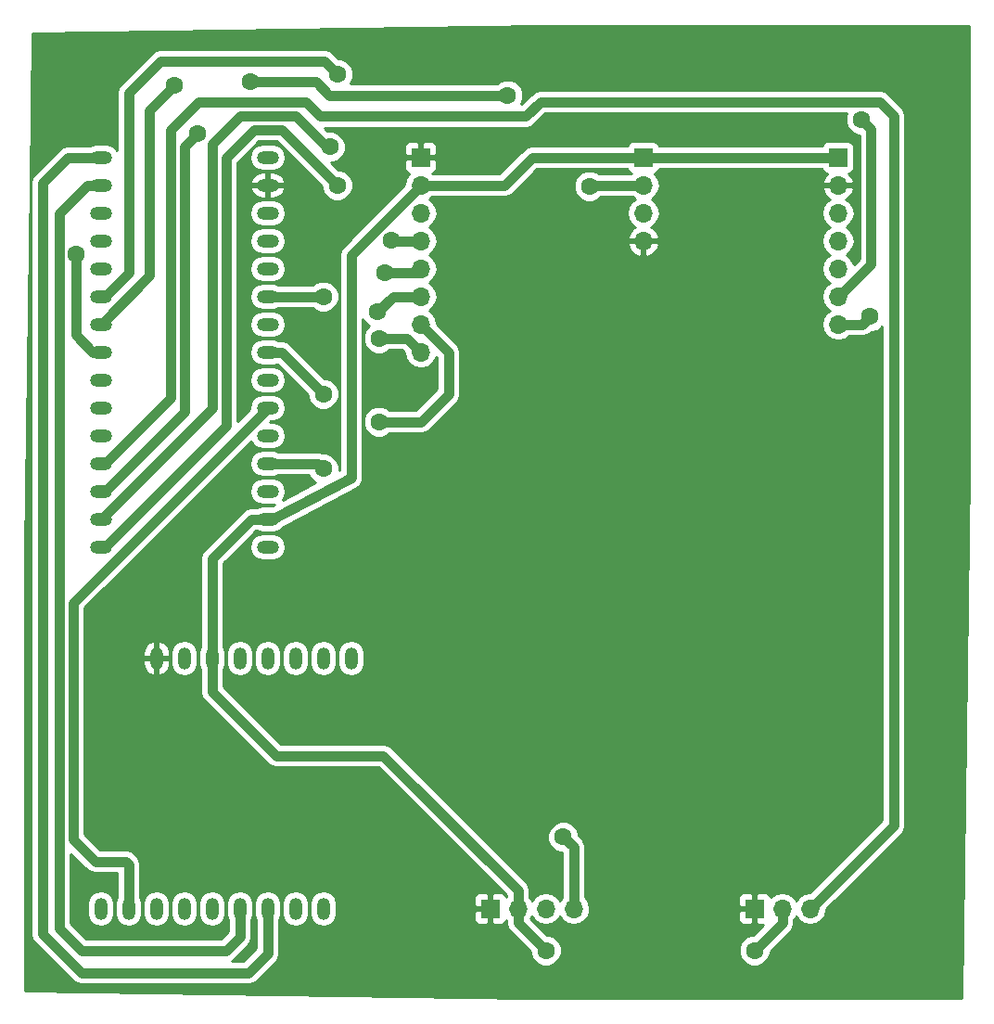
<source format=gbl>
G04 #@! TF.FileFunction,Copper,L2,Bot,Signal*
%FSLAX46Y46*%
G04 Gerber Fmt 4.6, Leading zero omitted, Abs format (unit mm)*
G04 Created by KiCad (PCBNEW 4.0.6) date 12/04/17 14:00:39*
%MOMM*%
%LPD*%
G01*
G04 APERTURE LIST*
%ADD10C,0.150000*%
%ADD11R,1.700000X1.700000*%
%ADD12O,1.700000X1.700000*%
%ADD13O,2.000000X1.200000*%
%ADD14O,1.200000X2.000000*%
%ADD15C,1.600000*%
%ADD16C,0.900000*%
%ADD17C,0.254000*%
G04 APERTURE END LIST*
D10*
D11*
X182880000Y-77470000D03*
D12*
X182880000Y-80010000D03*
X182880000Y-82550000D03*
X182880000Y-85090000D03*
X182880000Y-87630000D03*
X182880000Y-90170000D03*
X182880000Y-92710000D03*
X182880000Y-95250000D03*
D13*
X168910000Y-77470000D03*
X153670000Y-77470000D03*
X168910000Y-80010000D03*
X153670000Y-80010000D03*
X168910000Y-82550000D03*
X153670000Y-82550000D03*
X168910000Y-85090000D03*
X153670000Y-85090000D03*
X168910000Y-87630000D03*
X153670000Y-87630000D03*
X168910000Y-90170000D03*
X153670000Y-90170000D03*
X168910000Y-92710000D03*
X153670000Y-92710000D03*
X168910000Y-95250000D03*
X153670000Y-95250000D03*
X168910000Y-97790000D03*
X153670000Y-97790000D03*
X168910000Y-100330000D03*
X153670000Y-100330000D03*
X168910000Y-102870000D03*
X153670000Y-102870000D03*
X168910000Y-105410000D03*
X153670000Y-105410000D03*
X168910000Y-107950000D03*
X153670000Y-107950000D03*
X168910000Y-110490000D03*
X153670000Y-110490000D03*
X168910000Y-113030000D03*
X153670000Y-113030000D03*
D11*
X189230000Y-146050000D03*
D12*
X191770000Y-146050000D03*
X194310000Y-146050000D03*
X196850000Y-146050000D03*
D11*
X203200000Y-77470000D03*
D12*
X203200000Y-80010000D03*
X203200000Y-82550000D03*
X203200000Y-85090000D03*
D11*
X220980000Y-77470000D03*
D12*
X220980000Y-80010000D03*
X220980000Y-82550000D03*
X220980000Y-85090000D03*
X220980000Y-87630000D03*
X220980000Y-90170000D03*
X220980000Y-92710000D03*
D11*
X213360000Y-146050000D03*
D12*
X215900000Y-146050000D03*
X218440000Y-146050000D03*
D14*
X176530000Y-123190000D03*
X173990000Y-146050000D03*
X173990000Y-123190000D03*
X171450000Y-146050000D03*
X171450000Y-123190000D03*
X168910000Y-146050000D03*
X168910000Y-123190000D03*
X166370000Y-146050000D03*
X166370000Y-123190000D03*
X163830000Y-146050000D03*
X163830000Y-123190000D03*
X161290000Y-146050000D03*
X161290000Y-123190000D03*
X158750000Y-146050000D03*
X158750000Y-123190000D03*
X156210000Y-146050000D03*
X153670000Y-146050000D03*
D15*
X194310000Y-149860000D03*
X213360000Y-149860000D03*
X179070000Y-93980000D03*
X173990000Y-90170000D03*
X175300000Y-69900000D03*
X180200000Y-85000000D03*
X223100000Y-74000000D03*
X160400000Y-70900000D03*
X179070000Y-101600000D03*
X173990000Y-99060000D03*
X223900000Y-92000000D03*
X151400000Y-86300000D03*
X174000000Y-105900000D03*
X195900000Y-139500000D03*
X162500000Y-75300000D03*
X167300000Y-70600000D03*
X198300000Y-80100000D03*
X190800000Y-71800000D03*
X174600000Y-76500000D03*
X178900000Y-91600000D03*
X179600000Y-88000000D03*
X175260000Y-80010000D03*
D16*
X158750000Y-123190000D02*
X158750000Y-123590000D01*
X163830000Y-123190000D02*
X163830000Y-126238000D01*
X169672000Y-132080000D02*
X175260000Y-132080000D01*
X163830000Y-126238000D02*
X169672000Y-132080000D01*
X168910000Y-110490000D02*
X167386000Y-110490000D01*
X163830000Y-114046000D02*
X163830000Y-123190000D01*
X167386000Y-110490000D02*
X163830000Y-114046000D01*
X177600000Y-132080000D02*
X179480000Y-132080000D01*
X175260000Y-132080000D02*
X177600000Y-132080000D01*
X179480000Y-132080000D02*
X191770000Y-144370000D01*
X191770000Y-144370000D02*
X191770000Y-146050000D01*
X194310000Y-149860000D02*
X191770000Y-147320000D01*
X191770000Y-147320000D02*
X191770000Y-146050000D01*
X215900000Y-146050000D02*
X215900000Y-147320000D01*
X215900000Y-147320000D02*
X213360000Y-149860000D01*
X203200000Y-77470000D02*
X220980000Y-77470000D01*
X190500000Y-80010000D02*
X193040000Y-77470000D01*
X193040000Y-77470000D02*
X203200000Y-77470000D01*
X182880000Y-80010000D02*
X190500000Y-80010000D01*
X176530000Y-106680000D02*
X176530000Y-86360000D01*
X176530000Y-86360000D02*
X182880000Y-80010000D01*
X168910000Y-110490000D02*
X169310000Y-110490000D01*
X169310000Y-110490000D02*
X176530000Y-106680000D01*
X168510000Y-110490000D02*
X168910000Y-110490000D01*
X172300000Y-72390000D02*
X172390000Y-72390000D01*
X192500000Y-73700000D02*
X193810000Y-72390000D01*
X173700000Y-73700000D02*
X192500000Y-73700000D01*
X172390000Y-72390000D02*
X173700000Y-73700000D01*
X162560000Y-72390000D02*
X172300000Y-72390000D01*
X193810000Y-72390000D02*
X224790000Y-72390000D01*
X224790000Y-72390000D02*
X226060000Y-73660000D01*
X153670000Y-105410000D02*
X154070000Y-105410000D01*
X154070000Y-105410000D02*
X160020000Y-99460000D01*
X160020000Y-99460000D02*
X160020000Y-74930000D01*
X160020000Y-74930000D02*
X162560000Y-72390000D01*
X226060000Y-73660000D02*
X226060000Y-138430000D01*
X226060000Y-138430000D02*
X218440000Y-146050000D01*
X179070000Y-93980000D02*
X181610000Y-93980000D01*
X181610000Y-93980000D02*
X182880000Y-95250000D01*
X168910000Y-90170000D02*
X173990000Y-90170000D01*
X156210000Y-72390000D02*
X156210000Y-71590000D01*
X174100000Y-68700000D02*
X175300000Y-69900000D01*
X159100000Y-68700000D02*
X174100000Y-68700000D01*
X156210000Y-71590000D02*
X159100000Y-68700000D01*
X182880000Y-85090000D02*
X180290000Y-85090000D01*
X180290000Y-85090000D02*
X180200000Y-85000000D01*
X182880000Y-85090000D02*
X182880000Y-85080000D01*
X156210000Y-88030000D02*
X156210000Y-72390000D01*
X154070000Y-90170000D02*
X156210000Y-88030000D01*
X153670000Y-90170000D02*
X154070000Y-90170000D01*
X220980000Y-90170000D02*
X221030000Y-90170000D01*
X221030000Y-90170000D02*
X224000000Y-87200000D01*
X224000000Y-74900000D02*
X223100000Y-74000000D01*
X224000000Y-87200000D02*
X224000000Y-74900000D01*
X153670000Y-92710000D02*
X158100000Y-88280000D01*
X158100000Y-73200000D02*
X160400000Y-70900000D01*
X158100000Y-88280000D02*
X158100000Y-73200000D01*
X153670000Y-92710000D02*
X154070000Y-92710000D01*
X185420000Y-99060000D02*
X185420000Y-95250000D01*
X185420000Y-95250000D02*
X182880000Y-92710000D01*
X182880000Y-101600000D02*
X185420000Y-99060000D01*
X179070000Y-101600000D02*
X182880000Y-101600000D01*
X170180000Y-95250000D02*
X173990000Y-99060000D01*
X168910000Y-95250000D02*
X170180000Y-95250000D01*
X220980000Y-92710000D02*
X223190000Y-92710000D01*
X223190000Y-92710000D02*
X223900000Y-92000000D01*
X153670000Y-95250000D02*
X152950000Y-95250000D01*
X152950000Y-95250000D02*
X151400000Y-93700000D01*
X151400000Y-93700000D02*
X151400000Y-86300000D01*
X153670000Y-95250000D02*
X153270000Y-95250000D01*
X196850000Y-146050000D02*
X196850000Y-140450000D01*
X173510000Y-105410000D02*
X168910000Y-105410000D01*
X174000000Y-105900000D02*
X173510000Y-105410000D01*
X196850000Y-140450000D02*
X195900000Y-139500000D01*
X168910000Y-105410000D02*
X169310000Y-105410000D01*
X167300000Y-70600000D02*
X173300000Y-70600000D01*
X154070000Y-107950000D02*
X161290000Y-100730000D01*
X161290000Y-100730000D02*
X161290000Y-79400000D01*
X161290000Y-76510000D02*
X162500000Y-75300000D01*
X161290000Y-79400000D02*
X161290000Y-76510000D01*
X198390000Y-80010000D02*
X203200000Y-80010000D01*
X198300000Y-80100000D02*
X198390000Y-80010000D01*
X174500000Y-71800000D02*
X190800000Y-71800000D01*
X173300000Y-70600000D02*
X174500000Y-71800000D01*
X153670000Y-107950000D02*
X154070000Y-107950000D01*
X170400000Y-73660000D02*
X171460000Y-73660000D01*
X174300000Y-76500000D02*
X174600000Y-76500000D01*
X171460000Y-73660000D02*
X174300000Y-76500000D01*
X180330000Y-90170000D02*
X178900000Y-91600000D01*
X182880000Y-90170000D02*
X180330000Y-90170000D01*
X166370000Y-73660000D02*
X170400000Y-73660000D01*
X163830000Y-76200000D02*
X166370000Y-73660000D01*
X163830000Y-78103590D02*
X163830000Y-76200000D01*
X163830000Y-100330000D02*
X163830000Y-78103590D01*
X162560000Y-101600000D02*
X163830000Y-100330000D01*
X153670000Y-110490000D02*
X162560000Y-101600000D01*
X182880000Y-87630000D02*
X182510000Y-88000000D01*
X182510000Y-88000000D02*
X179600000Y-88000000D01*
X167640000Y-74930000D02*
X170180000Y-74930000D01*
X170180000Y-74930000D02*
X175260000Y-80010000D01*
X165100000Y-77470000D02*
X167640000Y-74930000D01*
X165100000Y-79571839D02*
X165100000Y-77470000D01*
X165100000Y-102000000D02*
X165100000Y-79571839D01*
X165100000Y-102000000D02*
X154070000Y-113030000D01*
X153670000Y-113030000D02*
X154070000Y-113030000D01*
X151892000Y-151892000D02*
X167132000Y-151892000D01*
X150622000Y-77470000D02*
X148336000Y-79756000D01*
X148336000Y-79756000D02*
X148336000Y-148336000D01*
X148336000Y-148336000D02*
X151892000Y-151892000D01*
X153670000Y-77470000D02*
X150622000Y-77470000D01*
X168910000Y-150114000D02*
X168910000Y-146050000D01*
X167132000Y-151892000D02*
X168910000Y-150114000D01*
X168910000Y-146450000D02*
X168910000Y-146050000D01*
X149860000Y-147320000D02*
X149860000Y-147828000D01*
X149860000Y-82550000D02*
X149860000Y-147320000D01*
X152400000Y-80010000D02*
X149860000Y-82550000D01*
X153670000Y-80010000D02*
X152400000Y-80010000D01*
X166370000Y-148590000D02*
X166370000Y-146050000D01*
X165100000Y-149860000D02*
X166370000Y-148590000D01*
X151892000Y-149860000D02*
X165100000Y-149860000D01*
X149860000Y-147828000D02*
X151892000Y-149860000D01*
X166370000Y-146450000D02*
X166370000Y-146050000D01*
X156210000Y-146050000D02*
X156210000Y-141986000D01*
X153162000Y-141732000D02*
X151130000Y-139700000D01*
X155956000Y-141732000D02*
X153162000Y-141732000D01*
X156210000Y-141986000D02*
X155956000Y-141732000D01*
X151130000Y-118110000D02*
X168910000Y-100330000D01*
X151130000Y-139720000D02*
X151130000Y-139700000D01*
X151130000Y-139700000D02*
X151130000Y-118110000D01*
D17*
G36*
X232970000Y-106162137D02*
X232292988Y-154230000D01*
X192766932Y-154230000D01*
X146760000Y-153553428D01*
X146760000Y-113443957D01*
X147248231Y-79756000D01*
X147251000Y-79756000D01*
X147251000Y-148336000D01*
X147333591Y-148751212D01*
X147503308Y-149005211D01*
X147568789Y-149103211D01*
X151124789Y-152659211D01*
X151476788Y-152894409D01*
X151892000Y-152977000D01*
X167132000Y-152977000D01*
X167547212Y-152894409D01*
X167899211Y-152659211D01*
X169677211Y-150881211D01*
X169912410Y-150529211D01*
X169995000Y-150114000D01*
X169995000Y-147038443D01*
X170050991Y-146954646D01*
X170145000Y-146482032D01*
X170145000Y-145617968D01*
X170215000Y-145617968D01*
X170215000Y-146482032D01*
X170309009Y-146954646D01*
X170576723Y-147355309D01*
X170977386Y-147623023D01*
X171450000Y-147717032D01*
X171922614Y-147623023D01*
X172323277Y-147355309D01*
X172590991Y-146954646D01*
X172685000Y-146482032D01*
X172685000Y-145617968D01*
X172755000Y-145617968D01*
X172755000Y-146482032D01*
X172849009Y-146954646D01*
X173116723Y-147355309D01*
X173517386Y-147623023D01*
X173990000Y-147717032D01*
X174462614Y-147623023D01*
X174863277Y-147355309D01*
X175130991Y-146954646D01*
X175225000Y-146482032D01*
X175225000Y-146335750D01*
X187745000Y-146335750D01*
X187745000Y-147026309D01*
X187841673Y-147259698D01*
X188020301Y-147438327D01*
X188253690Y-147535000D01*
X188944250Y-147535000D01*
X189103000Y-147376250D01*
X189103000Y-146177000D01*
X187903750Y-146177000D01*
X187745000Y-146335750D01*
X175225000Y-146335750D01*
X175225000Y-145617968D01*
X175130991Y-145145354D01*
X175083108Y-145073691D01*
X187745000Y-145073691D01*
X187745000Y-145764250D01*
X187903750Y-145923000D01*
X189103000Y-145923000D01*
X189103000Y-144723750D01*
X188944250Y-144565000D01*
X188253690Y-144565000D01*
X188020301Y-144661673D01*
X187841673Y-144840302D01*
X187745000Y-145073691D01*
X175083108Y-145073691D01*
X174863277Y-144744691D01*
X174462614Y-144476977D01*
X173990000Y-144382968D01*
X173517386Y-144476977D01*
X173116723Y-144744691D01*
X172849009Y-145145354D01*
X172755000Y-145617968D01*
X172685000Y-145617968D01*
X172590991Y-145145354D01*
X172323277Y-144744691D01*
X171922614Y-144476977D01*
X171450000Y-144382968D01*
X170977386Y-144476977D01*
X170576723Y-144744691D01*
X170309009Y-145145354D01*
X170215000Y-145617968D01*
X170145000Y-145617968D01*
X170050991Y-145145354D01*
X169783277Y-144744691D01*
X169382614Y-144476977D01*
X168910000Y-144382968D01*
X168437386Y-144476977D01*
X168036723Y-144744691D01*
X167769009Y-145145354D01*
X167675000Y-145617968D01*
X167675000Y-146482032D01*
X167769009Y-146954646D01*
X167825000Y-147038443D01*
X167825000Y-149664578D01*
X166682578Y-150807000D01*
X165598138Y-150807000D01*
X165867211Y-150627211D01*
X167137211Y-149357211D01*
X167149774Y-149338409D01*
X167372409Y-149005212D01*
X167455000Y-148590000D01*
X167455000Y-147038443D01*
X167510991Y-146954646D01*
X167605000Y-146482032D01*
X167605000Y-145617968D01*
X167510991Y-145145354D01*
X167243277Y-144744691D01*
X166842614Y-144476977D01*
X166370000Y-144382968D01*
X165897386Y-144476977D01*
X165496723Y-144744691D01*
X165229009Y-145145354D01*
X165135000Y-145617968D01*
X165135000Y-146482032D01*
X165229009Y-146954646D01*
X165285000Y-147038443D01*
X165285000Y-148140578D01*
X164650578Y-148775000D01*
X152341422Y-148775000D01*
X150945000Y-147378578D01*
X150945000Y-145617968D01*
X152435000Y-145617968D01*
X152435000Y-146482032D01*
X152529009Y-146954646D01*
X152796723Y-147355309D01*
X153197386Y-147623023D01*
X153670000Y-147717032D01*
X154142614Y-147623023D01*
X154543277Y-147355309D01*
X154810991Y-146954646D01*
X154905000Y-146482032D01*
X154905000Y-145617968D01*
X154810991Y-145145354D01*
X154543277Y-144744691D01*
X154142614Y-144476977D01*
X153670000Y-144382968D01*
X153197386Y-144476977D01*
X152796723Y-144744691D01*
X152529009Y-145145354D01*
X152435000Y-145617968D01*
X150945000Y-145617968D01*
X150945000Y-141049422D01*
X152394789Y-142499211D01*
X152746788Y-142734409D01*
X153162000Y-142817000D01*
X155125000Y-142817000D01*
X155125000Y-145061557D01*
X155069009Y-145145354D01*
X154975000Y-145617968D01*
X154975000Y-146482032D01*
X155069009Y-146954646D01*
X155336723Y-147355309D01*
X155737386Y-147623023D01*
X156210000Y-147717032D01*
X156682614Y-147623023D01*
X157083277Y-147355309D01*
X157350991Y-146954646D01*
X157445000Y-146482032D01*
X157445000Y-145617968D01*
X157515000Y-145617968D01*
X157515000Y-146482032D01*
X157609009Y-146954646D01*
X157876723Y-147355309D01*
X158277386Y-147623023D01*
X158750000Y-147717032D01*
X159222614Y-147623023D01*
X159623277Y-147355309D01*
X159890991Y-146954646D01*
X159985000Y-146482032D01*
X159985000Y-145617968D01*
X160055000Y-145617968D01*
X160055000Y-146482032D01*
X160149009Y-146954646D01*
X160416723Y-147355309D01*
X160817386Y-147623023D01*
X161290000Y-147717032D01*
X161762614Y-147623023D01*
X162163277Y-147355309D01*
X162430991Y-146954646D01*
X162525000Y-146482032D01*
X162525000Y-145617968D01*
X162595000Y-145617968D01*
X162595000Y-146482032D01*
X162689009Y-146954646D01*
X162956723Y-147355309D01*
X163357386Y-147623023D01*
X163830000Y-147717032D01*
X164302614Y-147623023D01*
X164703277Y-147355309D01*
X164970991Y-146954646D01*
X165065000Y-146482032D01*
X165065000Y-145617968D01*
X164970991Y-145145354D01*
X164703277Y-144744691D01*
X164302614Y-144476977D01*
X163830000Y-144382968D01*
X163357386Y-144476977D01*
X162956723Y-144744691D01*
X162689009Y-145145354D01*
X162595000Y-145617968D01*
X162525000Y-145617968D01*
X162430991Y-145145354D01*
X162163277Y-144744691D01*
X161762614Y-144476977D01*
X161290000Y-144382968D01*
X160817386Y-144476977D01*
X160416723Y-144744691D01*
X160149009Y-145145354D01*
X160055000Y-145617968D01*
X159985000Y-145617968D01*
X159890991Y-145145354D01*
X159623277Y-144744691D01*
X159222614Y-144476977D01*
X158750000Y-144382968D01*
X158277386Y-144476977D01*
X157876723Y-144744691D01*
X157609009Y-145145354D01*
X157515000Y-145617968D01*
X157445000Y-145617968D01*
X157350991Y-145145354D01*
X157295000Y-145061557D01*
X157295000Y-141986000D01*
X157212409Y-141570788D01*
X156977211Y-141218789D01*
X156723211Y-140964789D01*
X156627744Y-140901000D01*
X156371212Y-140729591D01*
X155956000Y-140647000D01*
X153611422Y-140647000D01*
X152215000Y-139250578D01*
X152215000Y-123317000D01*
X157515000Y-123317000D01*
X157515000Y-123717000D01*
X157657610Y-124179947D01*
X157966526Y-124553080D01*
X158394719Y-124779592D01*
X158432391Y-124783462D01*
X158623000Y-124658731D01*
X158623000Y-123317000D01*
X158877000Y-123317000D01*
X158877000Y-124658731D01*
X159067609Y-124783462D01*
X159105281Y-124779592D01*
X159533474Y-124553080D01*
X159842390Y-124179947D01*
X159985000Y-123717000D01*
X159985000Y-123317000D01*
X158877000Y-123317000D01*
X158623000Y-123317000D01*
X157515000Y-123317000D01*
X152215000Y-123317000D01*
X152215000Y-122663000D01*
X157515000Y-122663000D01*
X157515000Y-123063000D01*
X158623000Y-123063000D01*
X158623000Y-121721269D01*
X158877000Y-121721269D01*
X158877000Y-123063000D01*
X159985000Y-123063000D01*
X159985000Y-122757968D01*
X160055000Y-122757968D01*
X160055000Y-123622032D01*
X160149009Y-124094646D01*
X160416723Y-124495309D01*
X160817386Y-124763023D01*
X161290000Y-124857032D01*
X161762614Y-124763023D01*
X162163277Y-124495309D01*
X162430991Y-124094646D01*
X162525000Y-123622032D01*
X162525000Y-122757968D01*
X162595000Y-122757968D01*
X162595000Y-123622032D01*
X162689009Y-124094646D01*
X162745000Y-124178443D01*
X162745000Y-126238000D01*
X162827591Y-126653212D01*
X163062789Y-127005211D01*
X168904789Y-132847211D01*
X169256789Y-133082410D01*
X169672000Y-133165000D01*
X179030578Y-133165000D01*
X190685000Y-144819422D01*
X190685000Y-145001265D01*
X190618327Y-144840302D01*
X190439699Y-144661673D01*
X190206310Y-144565000D01*
X189515750Y-144565000D01*
X189357000Y-144723750D01*
X189357000Y-145923000D01*
X189377000Y-145923000D01*
X189377000Y-146177000D01*
X189357000Y-146177000D01*
X189357000Y-147376250D01*
X189515750Y-147535000D01*
X190206310Y-147535000D01*
X190439699Y-147438327D01*
X190618327Y-147259698D01*
X190685000Y-147098735D01*
X190685000Y-147320000D01*
X190767591Y-147735212D01*
X191002789Y-148087211D01*
X192874913Y-149959335D01*
X192874752Y-150144187D01*
X193092757Y-150671800D01*
X193496077Y-151075824D01*
X194023309Y-151294750D01*
X194594187Y-151295248D01*
X195121800Y-151077243D01*
X195525824Y-150673923D01*
X195744750Y-150146691D01*
X195745248Y-149575813D01*
X195527243Y-149048200D01*
X195123923Y-148644176D01*
X194596691Y-148425250D01*
X194409509Y-148425087D01*
X192937619Y-146953197D01*
X193040000Y-146799974D01*
X193259946Y-147129147D01*
X193741715Y-147451054D01*
X194310000Y-147564093D01*
X194878285Y-147451054D01*
X195360054Y-147129147D01*
X195580000Y-146799974D01*
X195799946Y-147129147D01*
X196281715Y-147451054D01*
X196850000Y-147564093D01*
X197418285Y-147451054D01*
X197900054Y-147129147D01*
X198221961Y-146647378D01*
X198283947Y-146335750D01*
X211875000Y-146335750D01*
X211875000Y-147026309D01*
X211971673Y-147259698D01*
X212150301Y-147438327D01*
X212383690Y-147535000D01*
X213074250Y-147535000D01*
X213233000Y-147376250D01*
X213233000Y-146177000D01*
X212033750Y-146177000D01*
X211875000Y-146335750D01*
X198283947Y-146335750D01*
X198335000Y-146079093D01*
X198335000Y-146020907D01*
X198221961Y-145452622D01*
X197968768Y-145073691D01*
X211875000Y-145073691D01*
X211875000Y-145764250D01*
X212033750Y-145923000D01*
X213233000Y-145923000D01*
X213233000Y-144723750D01*
X213074250Y-144565000D01*
X212383690Y-144565000D01*
X212150301Y-144661673D01*
X211971673Y-144840302D01*
X211875000Y-145073691D01*
X197968768Y-145073691D01*
X197935000Y-145023154D01*
X197935000Y-140450000D01*
X197907933Y-140313923D01*
X197852410Y-140034789D01*
X197617211Y-139682789D01*
X197335087Y-139400665D01*
X197335248Y-139215813D01*
X197117243Y-138688200D01*
X196713923Y-138284176D01*
X196186691Y-138065250D01*
X195615813Y-138064752D01*
X195088200Y-138282757D01*
X194684176Y-138686077D01*
X194465250Y-139213309D01*
X194464752Y-139784187D01*
X194682757Y-140311800D01*
X195086077Y-140715824D01*
X195613309Y-140934750D01*
X195765000Y-140934882D01*
X195765000Y-145023154D01*
X195580000Y-145300026D01*
X195360054Y-144970853D01*
X194878285Y-144648946D01*
X194310000Y-144535907D01*
X193741715Y-144648946D01*
X193259946Y-144970853D01*
X193040000Y-145300026D01*
X192855000Y-145023154D01*
X192855000Y-144370000D01*
X192772410Y-143954789D01*
X192537211Y-143602789D01*
X180247211Y-131312789D01*
X179895212Y-131077591D01*
X179480000Y-130995000D01*
X170121422Y-130995000D01*
X164915000Y-125788578D01*
X164915000Y-124178443D01*
X164970991Y-124094646D01*
X165065000Y-123622032D01*
X165065000Y-122757968D01*
X165135000Y-122757968D01*
X165135000Y-123622032D01*
X165229009Y-124094646D01*
X165496723Y-124495309D01*
X165897386Y-124763023D01*
X166370000Y-124857032D01*
X166842614Y-124763023D01*
X167243277Y-124495309D01*
X167510991Y-124094646D01*
X167605000Y-123622032D01*
X167605000Y-122757968D01*
X167675000Y-122757968D01*
X167675000Y-123622032D01*
X167769009Y-124094646D01*
X168036723Y-124495309D01*
X168437386Y-124763023D01*
X168910000Y-124857032D01*
X169382614Y-124763023D01*
X169783277Y-124495309D01*
X170050991Y-124094646D01*
X170145000Y-123622032D01*
X170145000Y-122757968D01*
X170215000Y-122757968D01*
X170215000Y-123622032D01*
X170309009Y-124094646D01*
X170576723Y-124495309D01*
X170977386Y-124763023D01*
X171450000Y-124857032D01*
X171922614Y-124763023D01*
X172323277Y-124495309D01*
X172590991Y-124094646D01*
X172685000Y-123622032D01*
X172685000Y-122757968D01*
X172755000Y-122757968D01*
X172755000Y-123622032D01*
X172849009Y-124094646D01*
X173116723Y-124495309D01*
X173517386Y-124763023D01*
X173990000Y-124857032D01*
X174462614Y-124763023D01*
X174863277Y-124495309D01*
X175130991Y-124094646D01*
X175225000Y-123622032D01*
X175225000Y-122757968D01*
X175295000Y-122757968D01*
X175295000Y-123622032D01*
X175389009Y-124094646D01*
X175656723Y-124495309D01*
X176057386Y-124763023D01*
X176530000Y-124857032D01*
X177002614Y-124763023D01*
X177403277Y-124495309D01*
X177670991Y-124094646D01*
X177765000Y-123622032D01*
X177765000Y-122757968D01*
X177670991Y-122285354D01*
X177403277Y-121884691D01*
X177002614Y-121616977D01*
X176530000Y-121522968D01*
X176057386Y-121616977D01*
X175656723Y-121884691D01*
X175389009Y-122285354D01*
X175295000Y-122757968D01*
X175225000Y-122757968D01*
X175130991Y-122285354D01*
X174863277Y-121884691D01*
X174462614Y-121616977D01*
X173990000Y-121522968D01*
X173517386Y-121616977D01*
X173116723Y-121884691D01*
X172849009Y-122285354D01*
X172755000Y-122757968D01*
X172685000Y-122757968D01*
X172590991Y-122285354D01*
X172323277Y-121884691D01*
X171922614Y-121616977D01*
X171450000Y-121522968D01*
X170977386Y-121616977D01*
X170576723Y-121884691D01*
X170309009Y-122285354D01*
X170215000Y-122757968D01*
X170145000Y-122757968D01*
X170050991Y-122285354D01*
X169783277Y-121884691D01*
X169382614Y-121616977D01*
X168910000Y-121522968D01*
X168437386Y-121616977D01*
X168036723Y-121884691D01*
X167769009Y-122285354D01*
X167675000Y-122757968D01*
X167605000Y-122757968D01*
X167510991Y-122285354D01*
X167243277Y-121884691D01*
X166842614Y-121616977D01*
X166370000Y-121522968D01*
X165897386Y-121616977D01*
X165496723Y-121884691D01*
X165229009Y-122285354D01*
X165135000Y-122757968D01*
X165065000Y-122757968D01*
X164970991Y-122285354D01*
X164915000Y-122201557D01*
X164915000Y-114495422D01*
X166380422Y-113030000D01*
X167242968Y-113030000D01*
X167336977Y-113502614D01*
X167604691Y-113903277D01*
X168005354Y-114170991D01*
X168477968Y-114265000D01*
X169342032Y-114265000D01*
X169814646Y-114170991D01*
X170215309Y-113903277D01*
X170483023Y-113502614D01*
X170577032Y-113030000D01*
X170483023Y-112557386D01*
X170215309Y-112156723D01*
X169814646Y-111889009D01*
X169342032Y-111795000D01*
X168477968Y-111795000D01*
X168005354Y-111889009D01*
X167604691Y-112156723D01*
X167336977Y-112557386D01*
X167242968Y-113030000D01*
X166380422Y-113030000D01*
X167835422Y-111575000D01*
X167921557Y-111575000D01*
X168005354Y-111630991D01*
X168477968Y-111725000D01*
X169342032Y-111725000D01*
X169814646Y-111630991D01*
X170215309Y-111363277D01*
X170343502Y-111171423D01*
X177036375Y-107639588D01*
X177162321Y-107537342D01*
X177297211Y-107447211D01*
X177325508Y-107404862D01*
X177365048Y-107372762D01*
X177442280Y-107230099D01*
X177532409Y-107095212D01*
X177542345Y-107045261D01*
X177566593Y-107000470D01*
X177583352Y-106839107D01*
X177615000Y-106680000D01*
X177615000Y-92247815D01*
X177682757Y-92411800D01*
X178086077Y-92815824D01*
X178170093Y-92850711D01*
X177854176Y-93166077D01*
X177635250Y-93693309D01*
X177634752Y-94264187D01*
X177852757Y-94791800D01*
X178256077Y-95195824D01*
X178783309Y-95414750D01*
X179354187Y-95415248D01*
X179881800Y-95197243D01*
X180014274Y-95065000D01*
X181160578Y-95065000D01*
X181370955Y-95275377D01*
X181478946Y-95818285D01*
X181800853Y-96300054D01*
X182282622Y-96621961D01*
X182850907Y-96735000D01*
X182909093Y-96735000D01*
X183477378Y-96621961D01*
X183959147Y-96300054D01*
X184281054Y-95818285D01*
X184309725Y-95674147D01*
X184335000Y-95699422D01*
X184335000Y-98610578D01*
X182430578Y-100515000D01*
X180014519Y-100515000D01*
X179883923Y-100384176D01*
X179356691Y-100165250D01*
X178785813Y-100164752D01*
X178258200Y-100382757D01*
X177854176Y-100786077D01*
X177635250Y-101313309D01*
X177634752Y-101884187D01*
X177852757Y-102411800D01*
X178256077Y-102815824D01*
X178783309Y-103034750D01*
X179354187Y-103035248D01*
X179881800Y-102817243D01*
X180014274Y-102685000D01*
X182880000Y-102685000D01*
X183295212Y-102602409D01*
X183647211Y-102367211D01*
X186187211Y-99827211D01*
X186308960Y-99645000D01*
X186422409Y-99475212D01*
X186505000Y-99060000D01*
X186505000Y-95250000D01*
X186422409Y-94834788D01*
X186187211Y-94482789D01*
X184389045Y-92684623D01*
X184281054Y-92141715D01*
X183959147Y-91659946D01*
X183629974Y-91440000D01*
X183959147Y-91220054D01*
X184281054Y-90738285D01*
X184394093Y-90170000D01*
X184281054Y-89601715D01*
X183959147Y-89119946D01*
X183629974Y-88900000D01*
X183959147Y-88680054D01*
X184281054Y-88198285D01*
X184394093Y-87630000D01*
X184281054Y-87061715D01*
X183959147Y-86579946D01*
X183629974Y-86360000D01*
X183959147Y-86140054D01*
X184281054Y-85658285D01*
X184323103Y-85446890D01*
X201758524Y-85446890D01*
X201928355Y-85856924D01*
X202318642Y-86285183D01*
X202843108Y-86531486D01*
X203073000Y-86410819D01*
X203073000Y-85217000D01*
X203327000Y-85217000D01*
X203327000Y-86410819D01*
X203556892Y-86531486D01*
X204081358Y-86285183D01*
X204471645Y-85856924D01*
X204641476Y-85446890D01*
X204520155Y-85217000D01*
X203327000Y-85217000D01*
X203073000Y-85217000D01*
X201879845Y-85217000D01*
X201758524Y-85446890D01*
X184323103Y-85446890D01*
X184394093Y-85090000D01*
X184281054Y-84521715D01*
X183959147Y-84039946D01*
X183629974Y-83820000D01*
X183959147Y-83600054D01*
X184281054Y-83118285D01*
X184394093Y-82550000D01*
X184281054Y-81981715D01*
X183959147Y-81499946D01*
X183629974Y-81280000D01*
X183906846Y-81095000D01*
X190500000Y-81095000D01*
X190915212Y-81012409D01*
X191267211Y-80777211D01*
X193489422Y-78555000D01*
X201746778Y-78555000D01*
X201746838Y-78555317D01*
X201885910Y-78771441D01*
X202098110Y-78916431D01*
X202140425Y-78925000D01*
X199154676Y-78925000D01*
X199113923Y-78884176D01*
X198586691Y-78665250D01*
X198015813Y-78664752D01*
X197488200Y-78882757D01*
X197084176Y-79286077D01*
X196865250Y-79813309D01*
X196864752Y-80384187D01*
X197082757Y-80911800D01*
X197486077Y-81315824D01*
X198013309Y-81534750D01*
X198584187Y-81535248D01*
X199111800Y-81317243D01*
X199334431Y-81095000D01*
X202173154Y-81095000D01*
X202450026Y-81280000D01*
X202120853Y-81499946D01*
X201798946Y-81981715D01*
X201685907Y-82550000D01*
X201798946Y-83118285D01*
X202120853Y-83600054D01*
X202461553Y-83827702D01*
X202318642Y-83894817D01*
X201928355Y-84323076D01*
X201758524Y-84733110D01*
X201879845Y-84963000D01*
X203073000Y-84963000D01*
X203073000Y-84943000D01*
X203327000Y-84943000D01*
X203327000Y-84963000D01*
X204520155Y-84963000D01*
X204641476Y-84733110D01*
X204471645Y-84323076D01*
X204081358Y-83894817D01*
X203938447Y-83827702D01*
X204279147Y-83600054D01*
X204601054Y-83118285D01*
X204714093Y-82550000D01*
X204601054Y-81981715D01*
X204279147Y-81499946D01*
X203949974Y-81280000D01*
X204279147Y-81060054D01*
X204601054Y-80578285D01*
X204714093Y-80010000D01*
X204601054Y-79441715D01*
X204279147Y-78959946D01*
X204237548Y-78932150D01*
X204285317Y-78923162D01*
X204501441Y-78784090D01*
X204646431Y-78571890D01*
X204649851Y-78555000D01*
X219526778Y-78555000D01*
X219526838Y-78555317D01*
X219665910Y-78771441D01*
X219878110Y-78916431D01*
X219986107Y-78938301D01*
X219708355Y-79243076D01*
X219538524Y-79653110D01*
X219659845Y-79883000D01*
X220853000Y-79883000D01*
X220853000Y-79863000D01*
X221107000Y-79863000D01*
X221107000Y-79883000D01*
X222300155Y-79883000D01*
X222421476Y-79653110D01*
X222251645Y-79243076D01*
X221975499Y-78940063D01*
X222065317Y-78923162D01*
X222281441Y-78784090D01*
X222426431Y-78571890D01*
X222477440Y-78320000D01*
X222477440Y-76620000D01*
X222433162Y-76384683D01*
X222294090Y-76168559D01*
X222081890Y-76023569D01*
X221830000Y-75972560D01*
X220130000Y-75972560D01*
X219894683Y-76016838D01*
X219678559Y-76155910D01*
X219533569Y-76368110D01*
X219530149Y-76385000D01*
X204653222Y-76385000D01*
X204653162Y-76384683D01*
X204514090Y-76168559D01*
X204301890Y-76023569D01*
X204050000Y-75972560D01*
X202350000Y-75972560D01*
X202114683Y-76016838D01*
X201898559Y-76155910D01*
X201753569Y-76368110D01*
X201750149Y-76385000D01*
X193040000Y-76385000D01*
X192624788Y-76467591D01*
X192403859Y-76615211D01*
X192272789Y-76702789D01*
X190050578Y-78925000D01*
X183928735Y-78925000D01*
X184089698Y-78858327D01*
X184268327Y-78679699D01*
X184365000Y-78446310D01*
X184365000Y-77755750D01*
X184206250Y-77597000D01*
X183007000Y-77597000D01*
X183007000Y-77617000D01*
X182753000Y-77617000D01*
X182753000Y-77597000D01*
X181553750Y-77597000D01*
X181395000Y-77755750D01*
X181395000Y-78446310D01*
X181491673Y-78679699D01*
X181670302Y-78858327D01*
X181844777Y-78930597D01*
X181800853Y-78959946D01*
X181478946Y-79441715D01*
X181370955Y-79984623D01*
X175762789Y-85592789D01*
X175527591Y-85944788D01*
X175445000Y-86360000D01*
X175445000Y-106025752D01*
X175434886Y-106031090D01*
X175435248Y-105615813D01*
X175217243Y-105088200D01*
X174813923Y-104684176D01*
X174286691Y-104465250D01*
X174011145Y-104465010D01*
X173925212Y-104407591D01*
X173510000Y-104325000D01*
X169898443Y-104325000D01*
X169814646Y-104269009D01*
X169342032Y-104175000D01*
X168477968Y-104175000D01*
X168005354Y-104269009D01*
X167604691Y-104536723D01*
X167336977Y-104937386D01*
X167242968Y-105410000D01*
X167336977Y-105882614D01*
X167604691Y-106283277D01*
X168005354Y-106550991D01*
X168477968Y-106645000D01*
X169342032Y-106645000D01*
X169814646Y-106550991D01*
X169898443Y-106495000D01*
X172693177Y-106495000D01*
X172782757Y-106711800D01*
X173186077Y-107115824D01*
X173294212Y-107160725D01*
X170254334Y-108764871D01*
X170483023Y-108422614D01*
X170577032Y-107950000D01*
X170483023Y-107477386D01*
X170215309Y-107076723D01*
X169814646Y-106809009D01*
X169342032Y-106715000D01*
X168477968Y-106715000D01*
X168005354Y-106809009D01*
X167604691Y-107076723D01*
X167336977Y-107477386D01*
X167242968Y-107950000D01*
X167336977Y-108422614D01*
X167604691Y-108823277D01*
X168005354Y-109090991D01*
X168477968Y-109185000D01*
X169342032Y-109185000D01*
X169528456Y-109147918D01*
X169325534Y-109255000D01*
X168477968Y-109255000D01*
X168005354Y-109349009D01*
X167921557Y-109405000D01*
X167386000Y-109405000D01*
X166970788Y-109487591D01*
X166618789Y-109722789D01*
X163062789Y-113278789D01*
X162827591Y-113630788D01*
X162745000Y-114046000D01*
X162745000Y-122201557D01*
X162689009Y-122285354D01*
X162595000Y-122757968D01*
X162525000Y-122757968D01*
X162430991Y-122285354D01*
X162163277Y-121884691D01*
X161762614Y-121616977D01*
X161290000Y-121522968D01*
X160817386Y-121616977D01*
X160416723Y-121884691D01*
X160149009Y-122285354D01*
X160055000Y-122757968D01*
X159985000Y-122757968D01*
X159985000Y-122663000D01*
X159842390Y-122200053D01*
X159533474Y-121826920D01*
X159105281Y-121600408D01*
X159067609Y-121596538D01*
X158877000Y-121721269D01*
X158623000Y-121721269D01*
X158432391Y-121596538D01*
X158394719Y-121600408D01*
X157966526Y-121826920D01*
X157657610Y-122200053D01*
X157515000Y-122663000D01*
X152215000Y-122663000D01*
X152215000Y-118559422D01*
X167374961Y-103399461D01*
X167604691Y-103743277D01*
X168005354Y-104010991D01*
X168477968Y-104105000D01*
X169342032Y-104105000D01*
X169814646Y-104010991D01*
X170215309Y-103743277D01*
X170483023Y-103342614D01*
X170577032Y-102870000D01*
X170483023Y-102397386D01*
X170215309Y-101996723D01*
X169814646Y-101729009D01*
X169342032Y-101635000D01*
X169139422Y-101635000D01*
X169209422Y-101565000D01*
X169342032Y-101565000D01*
X169814646Y-101470991D01*
X170215309Y-101203277D01*
X170483023Y-100802614D01*
X170577032Y-100330000D01*
X170483023Y-99857386D01*
X170215309Y-99456723D01*
X169814646Y-99189009D01*
X169342032Y-99095000D01*
X168477968Y-99095000D01*
X168005354Y-99189009D01*
X167604691Y-99456723D01*
X167336977Y-99857386D01*
X167242968Y-100330000D01*
X167264969Y-100440609D01*
X166185000Y-101520578D01*
X166185000Y-97790000D01*
X167242968Y-97790000D01*
X167336977Y-98262614D01*
X167604691Y-98663277D01*
X168005354Y-98930991D01*
X168477968Y-99025000D01*
X169342032Y-99025000D01*
X169814646Y-98930991D01*
X170215309Y-98663277D01*
X170483023Y-98262614D01*
X170577032Y-97790000D01*
X170483023Y-97317386D01*
X170215309Y-96916723D01*
X169814646Y-96649009D01*
X169342032Y-96555000D01*
X168477968Y-96555000D01*
X168005354Y-96649009D01*
X167604691Y-96916723D01*
X167336977Y-97317386D01*
X167242968Y-97790000D01*
X166185000Y-97790000D01*
X166185000Y-95250000D01*
X167242968Y-95250000D01*
X167336977Y-95722614D01*
X167604691Y-96123277D01*
X168005354Y-96390991D01*
X168477968Y-96485000D01*
X169342032Y-96485000D01*
X169791227Y-96395649D01*
X172554913Y-99159335D01*
X172554752Y-99344187D01*
X172772757Y-99871800D01*
X173176077Y-100275824D01*
X173703309Y-100494750D01*
X174274187Y-100495248D01*
X174801800Y-100277243D01*
X175205824Y-99873923D01*
X175424750Y-99346691D01*
X175425248Y-98775813D01*
X175207243Y-98248200D01*
X174803923Y-97844176D01*
X174276691Y-97625250D01*
X174089509Y-97625087D01*
X170947211Y-94482789D01*
X170923897Y-94467211D01*
X170595212Y-94247591D01*
X170180000Y-94165000D01*
X169898443Y-94165000D01*
X169814646Y-94109009D01*
X169342032Y-94015000D01*
X168477968Y-94015000D01*
X168005354Y-94109009D01*
X167604691Y-94376723D01*
X167336977Y-94777386D01*
X167242968Y-95250000D01*
X166185000Y-95250000D01*
X166185000Y-92710000D01*
X167242968Y-92710000D01*
X167336977Y-93182614D01*
X167604691Y-93583277D01*
X168005354Y-93850991D01*
X168477968Y-93945000D01*
X169342032Y-93945000D01*
X169814646Y-93850991D01*
X170215309Y-93583277D01*
X170483023Y-93182614D01*
X170577032Y-92710000D01*
X170483023Y-92237386D01*
X170215309Y-91836723D01*
X169814646Y-91569009D01*
X169342032Y-91475000D01*
X168477968Y-91475000D01*
X168005354Y-91569009D01*
X167604691Y-91836723D01*
X167336977Y-92237386D01*
X167242968Y-92710000D01*
X166185000Y-92710000D01*
X166185000Y-90170000D01*
X167242968Y-90170000D01*
X167336977Y-90642614D01*
X167604691Y-91043277D01*
X168005354Y-91310991D01*
X168477968Y-91405000D01*
X169342032Y-91405000D01*
X169814646Y-91310991D01*
X169898443Y-91255000D01*
X173045481Y-91255000D01*
X173176077Y-91385824D01*
X173703309Y-91604750D01*
X174274187Y-91605248D01*
X174801800Y-91387243D01*
X175205824Y-90983923D01*
X175424750Y-90456691D01*
X175425248Y-89885813D01*
X175207243Y-89358200D01*
X174803923Y-88954176D01*
X174276691Y-88735250D01*
X173705813Y-88734752D01*
X173178200Y-88952757D01*
X173045726Y-89085000D01*
X169898443Y-89085000D01*
X169814646Y-89029009D01*
X169342032Y-88935000D01*
X168477968Y-88935000D01*
X168005354Y-89029009D01*
X167604691Y-89296723D01*
X167336977Y-89697386D01*
X167242968Y-90170000D01*
X166185000Y-90170000D01*
X166185000Y-87630000D01*
X167242968Y-87630000D01*
X167336977Y-88102614D01*
X167604691Y-88503277D01*
X168005354Y-88770991D01*
X168477968Y-88865000D01*
X169342032Y-88865000D01*
X169814646Y-88770991D01*
X170215309Y-88503277D01*
X170483023Y-88102614D01*
X170577032Y-87630000D01*
X170483023Y-87157386D01*
X170215309Y-86756723D01*
X169814646Y-86489009D01*
X169342032Y-86395000D01*
X168477968Y-86395000D01*
X168005354Y-86489009D01*
X167604691Y-86756723D01*
X167336977Y-87157386D01*
X167242968Y-87630000D01*
X166185000Y-87630000D01*
X166185000Y-85090000D01*
X167242968Y-85090000D01*
X167336977Y-85562614D01*
X167604691Y-85963277D01*
X168005354Y-86230991D01*
X168477968Y-86325000D01*
X169342032Y-86325000D01*
X169814646Y-86230991D01*
X170215309Y-85963277D01*
X170483023Y-85562614D01*
X170577032Y-85090000D01*
X170483023Y-84617386D01*
X170215309Y-84216723D01*
X169814646Y-83949009D01*
X169342032Y-83855000D01*
X168477968Y-83855000D01*
X168005354Y-83949009D01*
X167604691Y-84216723D01*
X167336977Y-84617386D01*
X167242968Y-85090000D01*
X166185000Y-85090000D01*
X166185000Y-82550000D01*
X167242968Y-82550000D01*
X167336977Y-83022614D01*
X167604691Y-83423277D01*
X168005354Y-83690991D01*
X168477968Y-83785000D01*
X169342032Y-83785000D01*
X169814646Y-83690991D01*
X170215309Y-83423277D01*
X170483023Y-83022614D01*
X170577032Y-82550000D01*
X170483023Y-82077386D01*
X170215309Y-81676723D01*
X169814646Y-81409009D01*
X169342032Y-81315000D01*
X168477968Y-81315000D01*
X168005354Y-81409009D01*
X167604691Y-81676723D01*
X167336977Y-82077386D01*
X167242968Y-82550000D01*
X166185000Y-82550000D01*
X166185000Y-80327609D01*
X167316538Y-80327609D01*
X167320408Y-80365281D01*
X167546920Y-80793474D01*
X167920053Y-81102390D01*
X168383000Y-81245000D01*
X168783000Y-81245000D01*
X168783000Y-80137000D01*
X169037000Y-80137000D01*
X169037000Y-81245000D01*
X169437000Y-81245000D01*
X169899947Y-81102390D01*
X170273080Y-80793474D01*
X170499592Y-80365281D01*
X170503462Y-80327609D01*
X170378731Y-80137000D01*
X169037000Y-80137000D01*
X168783000Y-80137000D01*
X167441269Y-80137000D01*
X167316538Y-80327609D01*
X166185000Y-80327609D01*
X166185000Y-79692391D01*
X167316538Y-79692391D01*
X167441269Y-79883000D01*
X168783000Y-79883000D01*
X168783000Y-78775000D01*
X169037000Y-78775000D01*
X169037000Y-79883000D01*
X170378731Y-79883000D01*
X170503462Y-79692391D01*
X170499592Y-79654719D01*
X170273080Y-79226526D01*
X169899947Y-78917610D01*
X169437000Y-78775000D01*
X169037000Y-78775000D01*
X168783000Y-78775000D01*
X168383000Y-78775000D01*
X167920053Y-78917610D01*
X167546920Y-79226526D01*
X167320408Y-79654719D01*
X167316538Y-79692391D01*
X166185000Y-79692391D01*
X166185000Y-77919422D01*
X166634422Y-77470000D01*
X167242968Y-77470000D01*
X167336977Y-77942614D01*
X167604691Y-78343277D01*
X168005354Y-78610991D01*
X168477968Y-78705000D01*
X169342032Y-78705000D01*
X169814646Y-78610991D01*
X170215309Y-78343277D01*
X170483023Y-77942614D01*
X170577032Y-77470000D01*
X170483023Y-76997386D01*
X170215309Y-76596723D01*
X169814646Y-76329009D01*
X169342032Y-76235000D01*
X168477968Y-76235000D01*
X168005354Y-76329009D01*
X167604691Y-76596723D01*
X167336977Y-76997386D01*
X167242968Y-77470000D01*
X166634422Y-77470000D01*
X168089422Y-76015000D01*
X169730578Y-76015000D01*
X173824913Y-80109335D01*
X173824752Y-80294187D01*
X174042757Y-80821800D01*
X174446077Y-81225824D01*
X174973309Y-81444750D01*
X175544187Y-81445248D01*
X176071800Y-81227243D01*
X176475824Y-80823923D01*
X176694750Y-80296691D01*
X176695248Y-79725813D01*
X176477243Y-79198200D01*
X176073923Y-78794176D01*
X175546691Y-78575250D01*
X175359509Y-78575087D01*
X174719526Y-77935104D01*
X174884187Y-77935248D01*
X175411800Y-77717243D01*
X175815824Y-77313923D01*
X176034750Y-76786691D01*
X176035005Y-76493690D01*
X181395000Y-76493690D01*
X181395000Y-77184250D01*
X181553750Y-77343000D01*
X182753000Y-77343000D01*
X182753000Y-76143750D01*
X183007000Y-76143750D01*
X183007000Y-77343000D01*
X184206250Y-77343000D01*
X184365000Y-77184250D01*
X184365000Y-76493690D01*
X184268327Y-76260301D01*
X184089698Y-76081673D01*
X183856309Y-75985000D01*
X183165750Y-75985000D01*
X183007000Y-76143750D01*
X182753000Y-76143750D01*
X182594250Y-75985000D01*
X181903691Y-75985000D01*
X181670302Y-76081673D01*
X181491673Y-76260301D01*
X181395000Y-76493690D01*
X176035005Y-76493690D01*
X176035248Y-76215813D01*
X175817243Y-75688200D01*
X175413923Y-75284176D01*
X174886691Y-75065250D01*
X174399247Y-75064825D01*
X174119422Y-74785000D01*
X192500000Y-74785000D01*
X192915212Y-74702409D01*
X193267211Y-74467211D01*
X194259422Y-73475000D01*
X221764205Y-73475000D01*
X221665250Y-73713309D01*
X221664752Y-74284187D01*
X221882757Y-74811800D01*
X222286077Y-75215824D01*
X222813309Y-75434750D01*
X222915000Y-75434839D01*
X222915000Y-86750578D01*
X222418020Y-87247558D01*
X222381054Y-87061715D01*
X222059147Y-86579946D01*
X221729974Y-86360000D01*
X222059147Y-86140054D01*
X222381054Y-85658285D01*
X222494093Y-85090000D01*
X222381054Y-84521715D01*
X222059147Y-84039946D01*
X221729974Y-83820000D01*
X222059147Y-83600054D01*
X222381054Y-83118285D01*
X222494093Y-82550000D01*
X222381054Y-81981715D01*
X222059147Y-81499946D01*
X221718447Y-81272298D01*
X221861358Y-81205183D01*
X222251645Y-80776924D01*
X222421476Y-80366890D01*
X222300155Y-80137000D01*
X221107000Y-80137000D01*
X221107000Y-80157000D01*
X220853000Y-80157000D01*
X220853000Y-80137000D01*
X219659845Y-80137000D01*
X219538524Y-80366890D01*
X219708355Y-80776924D01*
X220098642Y-81205183D01*
X220241553Y-81272298D01*
X219900853Y-81499946D01*
X219578946Y-81981715D01*
X219465907Y-82550000D01*
X219578946Y-83118285D01*
X219900853Y-83600054D01*
X220230026Y-83820000D01*
X219900853Y-84039946D01*
X219578946Y-84521715D01*
X219465907Y-85090000D01*
X219578946Y-85658285D01*
X219900853Y-86140054D01*
X220230026Y-86360000D01*
X219900853Y-86579946D01*
X219578946Y-87061715D01*
X219465907Y-87630000D01*
X219578946Y-88198285D01*
X219900853Y-88680054D01*
X220230026Y-88900000D01*
X219900853Y-89119946D01*
X219578946Y-89601715D01*
X219465907Y-90170000D01*
X219578946Y-90738285D01*
X219900853Y-91220054D01*
X220230026Y-91440000D01*
X219900853Y-91659946D01*
X219578946Y-92141715D01*
X219465907Y-92710000D01*
X219578946Y-93278285D01*
X219900853Y-93760054D01*
X220382622Y-94081961D01*
X220950907Y-94195000D01*
X221009093Y-94195000D01*
X221577378Y-94081961D01*
X222006846Y-93795000D01*
X223190000Y-93795000D01*
X223605212Y-93712409D01*
X223957211Y-93477211D01*
X223999335Y-93435087D01*
X224184187Y-93435248D01*
X224711800Y-93217243D01*
X224975000Y-92954502D01*
X224975000Y-137980578D01*
X218414623Y-144540955D01*
X217871715Y-144648946D01*
X217389946Y-144970853D01*
X217170000Y-145300026D01*
X216950054Y-144970853D01*
X216468285Y-144648946D01*
X215900000Y-144535907D01*
X215331715Y-144648946D01*
X214849946Y-144970853D01*
X214820597Y-145014777D01*
X214748327Y-144840302D01*
X214569699Y-144661673D01*
X214336310Y-144565000D01*
X213645750Y-144565000D01*
X213487000Y-144723750D01*
X213487000Y-145923000D01*
X213507000Y-145923000D01*
X213507000Y-146177000D01*
X213487000Y-146177000D01*
X213487000Y-147376250D01*
X213645750Y-147535000D01*
X214150578Y-147535000D01*
X213260665Y-148424913D01*
X213075813Y-148424752D01*
X212548200Y-148642757D01*
X212144176Y-149046077D01*
X211925250Y-149573309D01*
X211924752Y-150144187D01*
X212142757Y-150671800D01*
X212546077Y-151075824D01*
X213073309Y-151294750D01*
X213644187Y-151295248D01*
X214171800Y-151077243D01*
X214575824Y-150673923D01*
X214794750Y-150146691D01*
X214794913Y-149959509D01*
X216667211Y-148087211D01*
X216902409Y-147735212D01*
X216985000Y-147320000D01*
X216985000Y-147076846D01*
X217170000Y-146799974D01*
X217389946Y-147129147D01*
X217871715Y-147451054D01*
X218440000Y-147564093D01*
X219008285Y-147451054D01*
X219490054Y-147129147D01*
X219811961Y-146647378D01*
X219919952Y-146104470D01*
X226827211Y-139197211D01*
X226902329Y-139084789D01*
X227062409Y-138845212D01*
X227145000Y-138430000D01*
X227145000Y-73660000D01*
X227062409Y-73244788D01*
X226827211Y-72892789D01*
X225557211Y-71622789D01*
X225393362Y-71513309D01*
X225205212Y-71387591D01*
X224790000Y-71305000D01*
X193810000Y-71305000D01*
X193394789Y-71387590D01*
X193042789Y-71622789D01*
X192050578Y-72615000D01*
X192014745Y-72615000D01*
X192015824Y-72613923D01*
X192234750Y-72086691D01*
X192235248Y-71515813D01*
X192017243Y-70988200D01*
X191613923Y-70584176D01*
X191086691Y-70365250D01*
X190515813Y-70364752D01*
X189988200Y-70582757D01*
X189855726Y-70715000D01*
X176514745Y-70715000D01*
X176515824Y-70713923D01*
X176734750Y-70186691D01*
X176735248Y-69615813D01*
X176517243Y-69088200D01*
X176113923Y-68684176D01*
X175586691Y-68465250D01*
X175399509Y-68465087D01*
X174867211Y-67932789D01*
X174515212Y-67697591D01*
X174100000Y-67615000D01*
X159100000Y-67615000D01*
X158684788Y-67697591D01*
X158332789Y-67932789D01*
X155442789Y-70822789D01*
X155207591Y-71174788D01*
X155125000Y-71590000D01*
X155125000Y-76820752D01*
X154975309Y-76596723D01*
X154574646Y-76329009D01*
X154102032Y-76235000D01*
X153237968Y-76235000D01*
X152765354Y-76329009D01*
X152681557Y-76385000D01*
X150622000Y-76385000D01*
X150206788Y-76467591D01*
X149985859Y-76615211D01*
X149854789Y-76702789D01*
X147568789Y-78988789D01*
X147333591Y-79340788D01*
X147251000Y-79756000D01*
X147248231Y-79756000D01*
X147445200Y-66165172D01*
X194036907Y-65480000D01*
X232970000Y-65480000D01*
X232970000Y-106162137D01*
X232970000Y-106162137D01*
G37*
X232970000Y-106162137D02*
X232292988Y-154230000D01*
X192766932Y-154230000D01*
X146760000Y-153553428D01*
X146760000Y-113443957D01*
X147248231Y-79756000D01*
X147251000Y-79756000D01*
X147251000Y-148336000D01*
X147333591Y-148751212D01*
X147503308Y-149005211D01*
X147568789Y-149103211D01*
X151124789Y-152659211D01*
X151476788Y-152894409D01*
X151892000Y-152977000D01*
X167132000Y-152977000D01*
X167547212Y-152894409D01*
X167899211Y-152659211D01*
X169677211Y-150881211D01*
X169912410Y-150529211D01*
X169995000Y-150114000D01*
X169995000Y-147038443D01*
X170050991Y-146954646D01*
X170145000Y-146482032D01*
X170145000Y-145617968D01*
X170215000Y-145617968D01*
X170215000Y-146482032D01*
X170309009Y-146954646D01*
X170576723Y-147355309D01*
X170977386Y-147623023D01*
X171450000Y-147717032D01*
X171922614Y-147623023D01*
X172323277Y-147355309D01*
X172590991Y-146954646D01*
X172685000Y-146482032D01*
X172685000Y-145617968D01*
X172755000Y-145617968D01*
X172755000Y-146482032D01*
X172849009Y-146954646D01*
X173116723Y-147355309D01*
X173517386Y-147623023D01*
X173990000Y-147717032D01*
X174462614Y-147623023D01*
X174863277Y-147355309D01*
X175130991Y-146954646D01*
X175225000Y-146482032D01*
X175225000Y-146335750D01*
X187745000Y-146335750D01*
X187745000Y-147026309D01*
X187841673Y-147259698D01*
X188020301Y-147438327D01*
X188253690Y-147535000D01*
X188944250Y-147535000D01*
X189103000Y-147376250D01*
X189103000Y-146177000D01*
X187903750Y-146177000D01*
X187745000Y-146335750D01*
X175225000Y-146335750D01*
X175225000Y-145617968D01*
X175130991Y-145145354D01*
X175083108Y-145073691D01*
X187745000Y-145073691D01*
X187745000Y-145764250D01*
X187903750Y-145923000D01*
X189103000Y-145923000D01*
X189103000Y-144723750D01*
X188944250Y-144565000D01*
X188253690Y-144565000D01*
X188020301Y-144661673D01*
X187841673Y-144840302D01*
X187745000Y-145073691D01*
X175083108Y-145073691D01*
X174863277Y-144744691D01*
X174462614Y-144476977D01*
X173990000Y-144382968D01*
X173517386Y-144476977D01*
X173116723Y-144744691D01*
X172849009Y-145145354D01*
X172755000Y-145617968D01*
X172685000Y-145617968D01*
X172590991Y-145145354D01*
X172323277Y-144744691D01*
X171922614Y-144476977D01*
X171450000Y-144382968D01*
X170977386Y-144476977D01*
X170576723Y-144744691D01*
X170309009Y-145145354D01*
X170215000Y-145617968D01*
X170145000Y-145617968D01*
X170050991Y-145145354D01*
X169783277Y-144744691D01*
X169382614Y-144476977D01*
X168910000Y-144382968D01*
X168437386Y-144476977D01*
X168036723Y-144744691D01*
X167769009Y-145145354D01*
X167675000Y-145617968D01*
X167675000Y-146482032D01*
X167769009Y-146954646D01*
X167825000Y-147038443D01*
X167825000Y-149664578D01*
X166682578Y-150807000D01*
X165598138Y-150807000D01*
X165867211Y-150627211D01*
X167137211Y-149357211D01*
X167149774Y-149338409D01*
X167372409Y-149005212D01*
X167455000Y-148590000D01*
X167455000Y-147038443D01*
X167510991Y-146954646D01*
X167605000Y-146482032D01*
X167605000Y-145617968D01*
X167510991Y-145145354D01*
X167243277Y-144744691D01*
X166842614Y-144476977D01*
X166370000Y-144382968D01*
X165897386Y-144476977D01*
X165496723Y-144744691D01*
X165229009Y-145145354D01*
X165135000Y-145617968D01*
X165135000Y-146482032D01*
X165229009Y-146954646D01*
X165285000Y-147038443D01*
X165285000Y-148140578D01*
X164650578Y-148775000D01*
X152341422Y-148775000D01*
X150945000Y-147378578D01*
X150945000Y-145617968D01*
X152435000Y-145617968D01*
X152435000Y-146482032D01*
X152529009Y-146954646D01*
X152796723Y-147355309D01*
X153197386Y-147623023D01*
X153670000Y-147717032D01*
X154142614Y-147623023D01*
X154543277Y-147355309D01*
X154810991Y-146954646D01*
X154905000Y-146482032D01*
X154905000Y-145617968D01*
X154810991Y-145145354D01*
X154543277Y-144744691D01*
X154142614Y-144476977D01*
X153670000Y-144382968D01*
X153197386Y-144476977D01*
X152796723Y-144744691D01*
X152529009Y-145145354D01*
X152435000Y-145617968D01*
X150945000Y-145617968D01*
X150945000Y-141049422D01*
X152394789Y-142499211D01*
X152746788Y-142734409D01*
X153162000Y-142817000D01*
X155125000Y-142817000D01*
X155125000Y-145061557D01*
X155069009Y-145145354D01*
X154975000Y-145617968D01*
X154975000Y-146482032D01*
X155069009Y-146954646D01*
X155336723Y-147355309D01*
X155737386Y-147623023D01*
X156210000Y-147717032D01*
X156682614Y-147623023D01*
X157083277Y-147355309D01*
X157350991Y-146954646D01*
X157445000Y-146482032D01*
X157445000Y-145617968D01*
X157515000Y-145617968D01*
X157515000Y-146482032D01*
X157609009Y-146954646D01*
X157876723Y-147355309D01*
X158277386Y-147623023D01*
X158750000Y-147717032D01*
X159222614Y-147623023D01*
X159623277Y-147355309D01*
X159890991Y-146954646D01*
X159985000Y-146482032D01*
X159985000Y-145617968D01*
X160055000Y-145617968D01*
X160055000Y-146482032D01*
X160149009Y-146954646D01*
X160416723Y-147355309D01*
X160817386Y-147623023D01*
X161290000Y-147717032D01*
X161762614Y-147623023D01*
X162163277Y-147355309D01*
X162430991Y-146954646D01*
X162525000Y-146482032D01*
X162525000Y-145617968D01*
X162595000Y-145617968D01*
X162595000Y-146482032D01*
X162689009Y-146954646D01*
X162956723Y-147355309D01*
X163357386Y-147623023D01*
X163830000Y-147717032D01*
X164302614Y-147623023D01*
X164703277Y-147355309D01*
X164970991Y-146954646D01*
X165065000Y-146482032D01*
X165065000Y-145617968D01*
X164970991Y-145145354D01*
X164703277Y-144744691D01*
X164302614Y-144476977D01*
X163830000Y-144382968D01*
X163357386Y-144476977D01*
X162956723Y-144744691D01*
X162689009Y-145145354D01*
X162595000Y-145617968D01*
X162525000Y-145617968D01*
X162430991Y-145145354D01*
X162163277Y-144744691D01*
X161762614Y-144476977D01*
X161290000Y-144382968D01*
X160817386Y-144476977D01*
X160416723Y-144744691D01*
X160149009Y-145145354D01*
X160055000Y-145617968D01*
X159985000Y-145617968D01*
X159890991Y-145145354D01*
X159623277Y-144744691D01*
X159222614Y-144476977D01*
X158750000Y-144382968D01*
X158277386Y-144476977D01*
X157876723Y-144744691D01*
X157609009Y-145145354D01*
X157515000Y-145617968D01*
X157445000Y-145617968D01*
X157350991Y-145145354D01*
X157295000Y-145061557D01*
X157295000Y-141986000D01*
X157212409Y-141570788D01*
X156977211Y-141218789D01*
X156723211Y-140964789D01*
X156627744Y-140901000D01*
X156371212Y-140729591D01*
X155956000Y-140647000D01*
X153611422Y-140647000D01*
X152215000Y-139250578D01*
X152215000Y-123317000D01*
X157515000Y-123317000D01*
X157515000Y-123717000D01*
X157657610Y-124179947D01*
X157966526Y-124553080D01*
X158394719Y-124779592D01*
X158432391Y-124783462D01*
X158623000Y-124658731D01*
X158623000Y-123317000D01*
X158877000Y-123317000D01*
X158877000Y-124658731D01*
X159067609Y-124783462D01*
X159105281Y-124779592D01*
X159533474Y-124553080D01*
X159842390Y-124179947D01*
X159985000Y-123717000D01*
X159985000Y-123317000D01*
X158877000Y-123317000D01*
X158623000Y-123317000D01*
X157515000Y-123317000D01*
X152215000Y-123317000D01*
X152215000Y-122663000D01*
X157515000Y-122663000D01*
X157515000Y-123063000D01*
X158623000Y-123063000D01*
X158623000Y-121721269D01*
X158877000Y-121721269D01*
X158877000Y-123063000D01*
X159985000Y-123063000D01*
X159985000Y-122757968D01*
X160055000Y-122757968D01*
X160055000Y-123622032D01*
X160149009Y-124094646D01*
X160416723Y-124495309D01*
X160817386Y-124763023D01*
X161290000Y-124857032D01*
X161762614Y-124763023D01*
X162163277Y-124495309D01*
X162430991Y-124094646D01*
X162525000Y-123622032D01*
X162525000Y-122757968D01*
X162595000Y-122757968D01*
X162595000Y-123622032D01*
X162689009Y-124094646D01*
X162745000Y-124178443D01*
X162745000Y-126238000D01*
X162827591Y-126653212D01*
X163062789Y-127005211D01*
X168904789Y-132847211D01*
X169256789Y-133082410D01*
X169672000Y-133165000D01*
X179030578Y-133165000D01*
X190685000Y-144819422D01*
X190685000Y-145001265D01*
X190618327Y-144840302D01*
X190439699Y-144661673D01*
X190206310Y-144565000D01*
X189515750Y-144565000D01*
X189357000Y-144723750D01*
X189357000Y-145923000D01*
X189377000Y-145923000D01*
X189377000Y-146177000D01*
X189357000Y-146177000D01*
X189357000Y-147376250D01*
X189515750Y-147535000D01*
X190206310Y-147535000D01*
X190439699Y-147438327D01*
X190618327Y-147259698D01*
X190685000Y-147098735D01*
X190685000Y-147320000D01*
X190767591Y-147735212D01*
X191002789Y-148087211D01*
X192874913Y-149959335D01*
X192874752Y-150144187D01*
X193092757Y-150671800D01*
X193496077Y-151075824D01*
X194023309Y-151294750D01*
X194594187Y-151295248D01*
X195121800Y-151077243D01*
X195525824Y-150673923D01*
X195744750Y-150146691D01*
X195745248Y-149575813D01*
X195527243Y-149048200D01*
X195123923Y-148644176D01*
X194596691Y-148425250D01*
X194409509Y-148425087D01*
X192937619Y-146953197D01*
X193040000Y-146799974D01*
X193259946Y-147129147D01*
X193741715Y-147451054D01*
X194310000Y-147564093D01*
X194878285Y-147451054D01*
X195360054Y-147129147D01*
X195580000Y-146799974D01*
X195799946Y-147129147D01*
X196281715Y-147451054D01*
X196850000Y-147564093D01*
X197418285Y-147451054D01*
X197900054Y-147129147D01*
X198221961Y-146647378D01*
X198283947Y-146335750D01*
X211875000Y-146335750D01*
X211875000Y-147026309D01*
X211971673Y-147259698D01*
X212150301Y-147438327D01*
X212383690Y-147535000D01*
X213074250Y-147535000D01*
X213233000Y-147376250D01*
X213233000Y-146177000D01*
X212033750Y-146177000D01*
X211875000Y-146335750D01*
X198283947Y-146335750D01*
X198335000Y-146079093D01*
X198335000Y-146020907D01*
X198221961Y-145452622D01*
X197968768Y-145073691D01*
X211875000Y-145073691D01*
X211875000Y-145764250D01*
X212033750Y-145923000D01*
X213233000Y-145923000D01*
X213233000Y-144723750D01*
X213074250Y-144565000D01*
X212383690Y-144565000D01*
X212150301Y-144661673D01*
X211971673Y-144840302D01*
X211875000Y-145073691D01*
X197968768Y-145073691D01*
X197935000Y-145023154D01*
X197935000Y-140450000D01*
X197907933Y-140313923D01*
X197852410Y-140034789D01*
X197617211Y-139682789D01*
X197335087Y-139400665D01*
X197335248Y-139215813D01*
X197117243Y-138688200D01*
X196713923Y-138284176D01*
X196186691Y-138065250D01*
X195615813Y-138064752D01*
X195088200Y-138282757D01*
X194684176Y-138686077D01*
X194465250Y-139213309D01*
X194464752Y-139784187D01*
X194682757Y-140311800D01*
X195086077Y-140715824D01*
X195613309Y-140934750D01*
X195765000Y-140934882D01*
X195765000Y-145023154D01*
X195580000Y-145300026D01*
X195360054Y-144970853D01*
X194878285Y-144648946D01*
X194310000Y-144535907D01*
X193741715Y-144648946D01*
X193259946Y-144970853D01*
X193040000Y-145300026D01*
X192855000Y-145023154D01*
X192855000Y-144370000D01*
X192772410Y-143954789D01*
X192537211Y-143602789D01*
X180247211Y-131312789D01*
X179895212Y-131077591D01*
X179480000Y-130995000D01*
X170121422Y-130995000D01*
X164915000Y-125788578D01*
X164915000Y-124178443D01*
X164970991Y-124094646D01*
X165065000Y-123622032D01*
X165065000Y-122757968D01*
X165135000Y-122757968D01*
X165135000Y-123622032D01*
X165229009Y-124094646D01*
X165496723Y-124495309D01*
X165897386Y-124763023D01*
X166370000Y-124857032D01*
X166842614Y-124763023D01*
X167243277Y-124495309D01*
X167510991Y-124094646D01*
X167605000Y-123622032D01*
X167605000Y-122757968D01*
X167675000Y-122757968D01*
X167675000Y-123622032D01*
X167769009Y-124094646D01*
X168036723Y-124495309D01*
X168437386Y-124763023D01*
X168910000Y-124857032D01*
X169382614Y-124763023D01*
X169783277Y-124495309D01*
X170050991Y-124094646D01*
X170145000Y-123622032D01*
X170145000Y-122757968D01*
X170215000Y-122757968D01*
X170215000Y-123622032D01*
X170309009Y-124094646D01*
X170576723Y-124495309D01*
X170977386Y-124763023D01*
X171450000Y-124857032D01*
X171922614Y-124763023D01*
X172323277Y-124495309D01*
X172590991Y-124094646D01*
X172685000Y-123622032D01*
X172685000Y-122757968D01*
X172755000Y-122757968D01*
X172755000Y-123622032D01*
X172849009Y-124094646D01*
X173116723Y-124495309D01*
X173517386Y-124763023D01*
X173990000Y-124857032D01*
X174462614Y-124763023D01*
X174863277Y-124495309D01*
X175130991Y-124094646D01*
X175225000Y-123622032D01*
X175225000Y-122757968D01*
X175295000Y-122757968D01*
X175295000Y-123622032D01*
X175389009Y-124094646D01*
X175656723Y-124495309D01*
X176057386Y-124763023D01*
X176530000Y-124857032D01*
X177002614Y-124763023D01*
X177403277Y-124495309D01*
X177670991Y-124094646D01*
X177765000Y-123622032D01*
X177765000Y-122757968D01*
X177670991Y-122285354D01*
X177403277Y-121884691D01*
X177002614Y-121616977D01*
X176530000Y-121522968D01*
X176057386Y-121616977D01*
X175656723Y-121884691D01*
X175389009Y-122285354D01*
X175295000Y-122757968D01*
X175225000Y-122757968D01*
X175130991Y-122285354D01*
X174863277Y-121884691D01*
X174462614Y-121616977D01*
X173990000Y-121522968D01*
X173517386Y-121616977D01*
X173116723Y-121884691D01*
X172849009Y-122285354D01*
X172755000Y-122757968D01*
X172685000Y-122757968D01*
X172590991Y-122285354D01*
X172323277Y-121884691D01*
X171922614Y-121616977D01*
X171450000Y-121522968D01*
X170977386Y-121616977D01*
X170576723Y-121884691D01*
X170309009Y-122285354D01*
X170215000Y-122757968D01*
X170145000Y-122757968D01*
X170050991Y-122285354D01*
X169783277Y-121884691D01*
X169382614Y-121616977D01*
X168910000Y-121522968D01*
X168437386Y-121616977D01*
X168036723Y-121884691D01*
X167769009Y-122285354D01*
X167675000Y-122757968D01*
X167605000Y-122757968D01*
X167510991Y-122285354D01*
X167243277Y-121884691D01*
X166842614Y-121616977D01*
X166370000Y-121522968D01*
X165897386Y-121616977D01*
X165496723Y-121884691D01*
X165229009Y-122285354D01*
X165135000Y-122757968D01*
X165065000Y-122757968D01*
X164970991Y-122285354D01*
X164915000Y-122201557D01*
X164915000Y-114495422D01*
X166380422Y-113030000D01*
X167242968Y-113030000D01*
X167336977Y-113502614D01*
X167604691Y-113903277D01*
X168005354Y-114170991D01*
X168477968Y-114265000D01*
X169342032Y-114265000D01*
X169814646Y-114170991D01*
X170215309Y-113903277D01*
X170483023Y-113502614D01*
X170577032Y-113030000D01*
X170483023Y-112557386D01*
X170215309Y-112156723D01*
X169814646Y-111889009D01*
X169342032Y-111795000D01*
X168477968Y-111795000D01*
X168005354Y-111889009D01*
X167604691Y-112156723D01*
X167336977Y-112557386D01*
X167242968Y-113030000D01*
X166380422Y-113030000D01*
X167835422Y-111575000D01*
X167921557Y-111575000D01*
X168005354Y-111630991D01*
X168477968Y-111725000D01*
X169342032Y-111725000D01*
X169814646Y-111630991D01*
X170215309Y-111363277D01*
X170343502Y-111171423D01*
X177036375Y-107639588D01*
X177162321Y-107537342D01*
X177297211Y-107447211D01*
X177325508Y-107404862D01*
X177365048Y-107372762D01*
X177442280Y-107230099D01*
X177532409Y-107095212D01*
X177542345Y-107045261D01*
X177566593Y-107000470D01*
X177583352Y-106839107D01*
X177615000Y-106680000D01*
X177615000Y-92247815D01*
X177682757Y-92411800D01*
X178086077Y-92815824D01*
X178170093Y-92850711D01*
X177854176Y-93166077D01*
X177635250Y-93693309D01*
X177634752Y-94264187D01*
X177852757Y-94791800D01*
X178256077Y-95195824D01*
X178783309Y-95414750D01*
X179354187Y-95415248D01*
X179881800Y-95197243D01*
X180014274Y-95065000D01*
X181160578Y-95065000D01*
X181370955Y-95275377D01*
X181478946Y-95818285D01*
X181800853Y-96300054D01*
X182282622Y-96621961D01*
X182850907Y-96735000D01*
X182909093Y-96735000D01*
X183477378Y-96621961D01*
X183959147Y-96300054D01*
X184281054Y-95818285D01*
X184309725Y-95674147D01*
X184335000Y-95699422D01*
X184335000Y-98610578D01*
X182430578Y-100515000D01*
X180014519Y-100515000D01*
X179883923Y-100384176D01*
X179356691Y-100165250D01*
X178785813Y-100164752D01*
X178258200Y-100382757D01*
X177854176Y-100786077D01*
X177635250Y-101313309D01*
X177634752Y-101884187D01*
X177852757Y-102411800D01*
X178256077Y-102815824D01*
X178783309Y-103034750D01*
X179354187Y-103035248D01*
X179881800Y-102817243D01*
X180014274Y-102685000D01*
X182880000Y-102685000D01*
X183295212Y-102602409D01*
X183647211Y-102367211D01*
X186187211Y-99827211D01*
X186308960Y-99645000D01*
X186422409Y-99475212D01*
X186505000Y-99060000D01*
X186505000Y-95250000D01*
X186422409Y-94834788D01*
X186187211Y-94482789D01*
X184389045Y-92684623D01*
X184281054Y-92141715D01*
X183959147Y-91659946D01*
X183629974Y-91440000D01*
X183959147Y-91220054D01*
X184281054Y-90738285D01*
X184394093Y-90170000D01*
X184281054Y-89601715D01*
X183959147Y-89119946D01*
X183629974Y-88900000D01*
X183959147Y-88680054D01*
X184281054Y-88198285D01*
X184394093Y-87630000D01*
X184281054Y-87061715D01*
X183959147Y-86579946D01*
X183629974Y-86360000D01*
X183959147Y-86140054D01*
X184281054Y-85658285D01*
X184323103Y-85446890D01*
X201758524Y-85446890D01*
X201928355Y-85856924D01*
X202318642Y-86285183D01*
X202843108Y-86531486D01*
X203073000Y-86410819D01*
X203073000Y-85217000D01*
X203327000Y-85217000D01*
X203327000Y-86410819D01*
X203556892Y-86531486D01*
X204081358Y-86285183D01*
X204471645Y-85856924D01*
X204641476Y-85446890D01*
X204520155Y-85217000D01*
X203327000Y-85217000D01*
X203073000Y-85217000D01*
X201879845Y-85217000D01*
X201758524Y-85446890D01*
X184323103Y-85446890D01*
X184394093Y-85090000D01*
X184281054Y-84521715D01*
X183959147Y-84039946D01*
X183629974Y-83820000D01*
X183959147Y-83600054D01*
X184281054Y-83118285D01*
X184394093Y-82550000D01*
X184281054Y-81981715D01*
X183959147Y-81499946D01*
X183629974Y-81280000D01*
X183906846Y-81095000D01*
X190500000Y-81095000D01*
X190915212Y-81012409D01*
X191267211Y-80777211D01*
X193489422Y-78555000D01*
X201746778Y-78555000D01*
X201746838Y-78555317D01*
X201885910Y-78771441D01*
X202098110Y-78916431D01*
X202140425Y-78925000D01*
X199154676Y-78925000D01*
X199113923Y-78884176D01*
X198586691Y-78665250D01*
X198015813Y-78664752D01*
X197488200Y-78882757D01*
X197084176Y-79286077D01*
X196865250Y-79813309D01*
X196864752Y-80384187D01*
X197082757Y-80911800D01*
X197486077Y-81315824D01*
X198013309Y-81534750D01*
X198584187Y-81535248D01*
X199111800Y-81317243D01*
X199334431Y-81095000D01*
X202173154Y-81095000D01*
X202450026Y-81280000D01*
X202120853Y-81499946D01*
X201798946Y-81981715D01*
X201685907Y-82550000D01*
X201798946Y-83118285D01*
X202120853Y-83600054D01*
X202461553Y-83827702D01*
X202318642Y-83894817D01*
X201928355Y-84323076D01*
X201758524Y-84733110D01*
X201879845Y-84963000D01*
X203073000Y-84963000D01*
X203073000Y-84943000D01*
X203327000Y-84943000D01*
X203327000Y-84963000D01*
X204520155Y-84963000D01*
X204641476Y-84733110D01*
X204471645Y-84323076D01*
X204081358Y-83894817D01*
X203938447Y-83827702D01*
X204279147Y-83600054D01*
X204601054Y-83118285D01*
X204714093Y-82550000D01*
X204601054Y-81981715D01*
X204279147Y-81499946D01*
X203949974Y-81280000D01*
X204279147Y-81060054D01*
X204601054Y-80578285D01*
X204714093Y-80010000D01*
X204601054Y-79441715D01*
X204279147Y-78959946D01*
X204237548Y-78932150D01*
X204285317Y-78923162D01*
X204501441Y-78784090D01*
X204646431Y-78571890D01*
X204649851Y-78555000D01*
X219526778Y-78555000D01*
X219526838Y-78555317D01*
X219665910Y-78771441D01*
X219878110Y-78916431D01*
X219986107Y-78938301D01*
X219708355Y-79243076D01*
X219538524Y-79653110D01*
X219659845Y-79883000D01*
X220853000Y-79883000D01*
X220853000Y-79863000D01*
X221107000Y-79863000D01*
X221107000Y-79883000D01*
X222300155Y-79883000D01*
X222421476Y-79653110D01*
X222251645Y-79243076D01*
X221975499Y-78940063D01*
X222065317Y-78923162D01*
X222281441Y-78784090D01*
X222426431Y-78571890D01*
X222477440Y-78320000D01*
X222477440Y-76620000D01*
X222433162Y-76384683D01*
X222294090Y-76168559D01*
X222081890Y-76023569D01*
X221830000Y-75972560D01*
X220130000Y-75972560D01*
X219894683Y-76016838D01*
X219678559Y-76155910D01*
X219533569Y-76368110D01*
X219530149Y-76385000D01*
X204653222Y-76385000D01*
X204653162Y-76384683D01*
X204514090Y-76168559D01*
X204301890Y-76023569D01*
X204050000Y-75972560D01*
X202350000Y-75972560D01*
X202114683Y-76016838D01*
X201898559Y-76155910D01*
X201753569Y-76368110D01*
X201750149Y-76385000D01*
X193040000Y-76385000D01*
X192624788Y-76467591D01*
X192403859Y-76615211D01*
X192272789Y-76702789D01*
X190050578Y-78925000D01*
X183928735Y-78925000D01*
X184089698Y-78858327D01*
X184268327Y-78679699D01*
X184365000Y-78446310D01*
X184365000Y-77755750D01*
X184206250Y-77597000D01*
X183007000Y-77597000D01*
X183007000Y-77617000D01*
X182753000Y-77617000D01*
X182753000Y-77597000D01*
X181553750Y-77597000D01*
X181395000Y-77755750D01*
X181395000Y-78446310D01*
X181491673Y-78679699D01*
X181670302Y-78858327D01*
X181844777Y-78930597D01*
X181800853Y-78959946D01*
X181478946Y-79441715D01*
X181370955Y-79984623D01*
X175762789Y-85592789D01*
X175527591Y-85944788D01*
X175445000Y-86360000D01*
X175445000Y-106025752D01*
X175434886Y-106031090D01*
X175435248Y-105615813D01*
X175217243Y-105088200D01*
X174813923Y-104684176D01*
X174286691Y-104465250D01*
X174011145Y-104465010D01*
X173925212Y-104407591D01*
X173510000Y-104325000D01*
X169898443Y-104325000D01*
X169814646Y-104269009D01*
X169342032Y-104175000D01*
X168477968Y-104175000D01*
X168005354Y-104269009D01*
X167604691Y-104536723D01*
X167336977Y-104937386D01*
X167242968Y-105410000D01*
X167336977Y-105882614D01*
X167604691Y-106283277D01*
X168005354Y-106550991D01*
X168477968Y-106645000D01*
X169342032Y-106645000D01*
X169814646Y-106550991D01*
X169898443Y-106495000D01*
X172693177Y-106495000D01*
X172782757Y-106711800D01*
X173186077Y-107115824D01*
X173294212Y-107160725D01*
X170254334Y-108764871D01*
X170483023Y-108422614D01*
X170577032Y-107950000D01*
X170483023Y-107477386D01*
X170215309Y-107076723D01*
X169814646Y-106809009D01*
X169342032Y-106715000D01*
X168477968Y-106715000D01*
X168005354Y-106809009D01*
X167604691Y-107076723D01*
X167336977Y-107477386D01*
X167242968Y-107950000D01*
X167336977Y-108422614D01*
X167604691Y-108823277D01*
X168005354Y-109090991D01*
X168477968Y-109185000D01*
X169342032Y-109185000D01*
X169528456Y-109147918D01*
X169325534Y-109255000D01*
X168477968Y-109255000D01*
X168005354Y-109349009D01*
X167921557Y-109405000D01*
X167386000Y-109405000D01*
X166970788Y-109487591D01*
X166618789Y-109722789D01*
X163062789Y-113278789D01*
X162827591Y-113630788D01*
X162745000Y-114046000D01*
X162745000Y-122201557D01*
X162689009Y-122285354D01*
X162595000Y-122757968D01*
X162525000Y-122757968D01*
X162430991Y-122285354D01*
X162163277Y-121884691D01*
X161762614Y-121616977D01*
X161290000Y-121522968D01*
X160817386Y-121616977D01*
X160416723Y-121884691D01*
X160149009Y-122285354D01*
X160055000Y-122757968D01*
X159985000Y-122757968D01*
X159985000Y-122663000D01*
X159842390Y-122200053D01*
X159533474Y-121826920D01*
X159105281Y-121600408D01*
X159067609Y-121596538D01*
X158877000Y-121721269D01*
X158623000Y-121721269D01*
X158432391Y-121596538D01*
X158394719Y-121600408D01*
X157966526Y-121826920D01*
X157657610Y-122200053D01*
X157515000Y-122663000D01*
X152215000Y-122663000D01*
X152215000Y-118559422D01*
X167374961Y-103399461D01*
X167604691Y-103743277D01*
X168005354Y-104010991D01*
X168477968Y-104105000D01*
X169342032Y-104105000D01*
X169814646Y-104010991D01*
X170215309Y-103743277D01*
X170483023Y-103342614D01*
X170577032Y-102870000D01*
X170483023Y-102397386D01*
X170215309Y-101996723D01*
X169814646Y-101729009D01*
X169342032Y-101635000D01*
X169139422Y-101635000D01*
X169209422Y-101565000D01*
X169342032Y-101565000D01*
X169814646Y-101470991D01*
X170215309Y-101203277D01*
X170483023Y-100802614D01*
X170577032Y-100330000D01*
X170483023Y-99857386D01*
X170215309Y-99456723D01*
X169814646Y-99189009D01*
X169342032Y-99095000D01*
X168477968Y-99095000D01*
X168005354Y-99189009D01*
X167604691Y-99456723D01*
X167336977Y-99857386D01*
X167242968Y-100330000D01*
X167264969Y-100440609D01*
X166185000Y-101520578D01*
X166185000Y-97790000D01*
X167242968Y-97790000D01*
X167336977Y-98262614D01*
X167604691Y-98663277D01*
X168005354Y-98930991D01*
X168477968Y-99025000D01*
X169342032Y-99025000D01*
X169814646Y-98930991D01*
X170215309Y-98663277D01*
X170483023Y-98262614D01*
X170577032Y-97790000D01*
X170483023Y-97317386D01*
X170215309Y-96916723D01*
X169814646Y-96649009D01*
X169342032Y-96555000D01*
X168477968Y-96555000D01*
X168005354Y-96649009D01*
X167604691Y-96916723D01*
X167336977Y-97317386D01*
X167242968Y-97790000D01*
X166185000Y-97790000D01*
X166185000Y-95250000D01*
X167242968Y-95250000D01*
X167336977Y-95722614D01*
X167604691Y-96123277D01*
X168005354Y-96390991D01*
X168477968Y-96485000D01*
X169342032Y-96485000D01*
X169791227Y-96395649D01*
X172554913Y-99159335D01*
X172554752Y-99344187D01*
X172772757Y-99871800D01*
X173176077Y-100275824D01*
X173703309Y-100494750D01*
X174274187Y-100495248D01*
X174801800Y-100277243D01*
X175205824Y-99873923D01*
X175424750Y-99346691D01*
X175425248Y-98775813D01*
X175207243Y-98248200D01*
X174803923Y-97844176D01*
X174276691Y-97625250D01*
X174089509Y-97625087D01*
X170947211Y-94482789D01*
X170923897Y-94467211D01*
X170595212Y-94247591D01*
X170180000Y-94165000D01*
X169898443Y-94165000D01*
X169814646Y-94109009D01*
X169342032Y-94015000D01*
X168477968Y-94015000D01*
X168005354Y-94109009D01*
X167604691Y-94376723D01*
X167336977Y-94777386D01*
X167242968Y-95250000D01*
X166185000Y-95250000D01*
X166185000Y-92710000D01*
X167242968Y-92710000D01*
X167336977Y-93182614D01*
X167604691Y-93583277D01*
X168005354Y-93850991D01*
X168477968Y-93945000D01*
X169342032Y-93945000D01*
X169814646Y-93850991D01*
X170215309Y-93583277D01*
X170483023Y-93182614D01*
X170577032Y-92710000D01*
X170483023Y-92237386D01*
X170215309Y-91836723D01*
X169814646Y-91569009D01*
X169342032Y-91475000D01*
X168477968Y-91475000D01*
X168005354Y-91569009D01*
X167604691Y-91836723D01*
X167336977Y-92237386D01*
X167242968Y-92710000D01*
X166185000Y-92710000D01*
X166185000Y-90170000D01*
X167242968Y-90170000D01*
X167336977Y-90642614D01*
X167604691Y-91043277D01*
X168005354Y-91310991D01*
X168477968Y-91405000D01*
X169342032Y-91405000D01*
X169814646Y-91310991D01*
X169898443Y-91255000D01*
X173045481Y-91255000D01*
X173176077Y-91385824D01*
X173703309Y-91604750D01*
X174274187Y-91605248D01*
X174801800Y-91387243D01*
X175205824Y-90983923D01*
X175424750Y-90456691D01*
X175425248Y-89885813D01*
X175207243Y-89358200D01*
X174803923Y-88954176D01*
X174276691Y-88735250D01*
X173705813Y-88734752D01*
X173178200Y-88952757D01*
X173045726Y-89085000D01*
X169898443Y-89085000D01*
X169814646Y-89029009D01*
X169342032Y-88935000D01*
X168477968Y-88935000D01*
X168005354Y-89029009D01*
X167604691Y-89296723D01*
X167336977Y-89697386D01*
X167242968Y-90170000D01*
X166185000Y-90170000D01*
X166185000Y-87630000D01*
X167242968Y-87630000D01*
X167336977Y-88102614D01*
X167604691Y-88503277D01*
X168005354Y-88770991D01*
X168477968Y-88865000D01*
X169342032Y-88865000D01*
X169814646Y-88770991D01*
X170215309Y-88503277D01*
X170483023Y-88102614D01*
X170577032Y-87630000D01*
X170483023Y-87157386D01*
X170215309Y-86756723D01*
X169814646Y-86489009D01*
X169342032Y-86395000D01*
X168477968Y-86395000D01*
X168005354Y-86489009D01*
X167604691Y-86756723D01*
X167336977Y-87157386D01*
X167242968Y-87630000D01*
X166185000Y-87630000D01*
X166185000Y-85090000D01*
X167242968Y-85090000D01*
X167336977Y-85562614D01*
X167604691Y-85963277D01*
X168005354Y-86230991D01*
X168477968Y-86325000D01*
X169342032Y-86325000D01*
X169814646Y-86230991D01*
X170215309Y-85963277D01*
X170483023Y-85562614D01*
X170577032Y-85090000D01*
X170483023Y-84617386D01*
X170215309Y-84216723D01*
X169814646Y-83949009D01*
X169342032Y-83855000D01*
X168477968Y-83855000D01*
X168005354Y-83949009D01*
X167604691Y-84216723D01*
X167336977Y-84617386D01*
X167242968Y-85090000D01*
X166185000Y-85090000D01*
X166185000Y-82550000D01*
X167242968Y-82550000D01*
X167336977Y-83022614D01*
X167604691Y-83423277D01*
X168005354Y-83690991D01*
X168477968Y-83785000D01*
X169342032Y-83785000D01*
X169814646Y-83690991D01*
X170215309Y-83423277D01*
X170483023Y-83022614D01*
X170577032Y-82550000D01*
X170483023Y-82077386D01*
X170215309Y-81676723D01*
X169814646Y-81409009D01*
X169342032Y-81315000D01*
X168477968Y-81315000D01*
X168005354Y-81409009D01*
X167604691Y-81676723D01*
X167336977Y-82077386D01*
X167242968Y-82550000D01*
X166185000Y-82550000D01*
X166185000Y-80327609D01*
X167316538Y-80327609D01*
X167320408Y-80365281D01*
X167546920Y-80793474D01*
X167920053Y-81102390D01*
X168383000Y-81245000D01*
X168783000Y-81245000D01*
X168783000Y-80137000D01*
X169037000Y-80137000D01*
X169037000Y-81245000D01*
X169437000Y-81245000D01*
X169899947Y-81102390D01*
X170273080Y-80793474D01*
X170499592Y-80365281D01*
X170503462Y-80327609D01*
X170378731Y-80137000D01*
X169037000Y-80137000D01*
X168783000Y-80137000D01*
X167441269Y-80137000D01*
X167316538Y-80327609D01*
X166185000Y-80327609D01*
X166185000Y-79692391D01*
X167316538Y-79692391D01*
X167441269Y-79883000D01*
X168783000Y-79883000D01*
X168783000Y-78775000D01*
X169037000Y-78775000D01*
X169037000Y-79883000D01*
X170378731Y-79883000D01*
X170503462Y-79692391D01*
X170499592Y-79654719D01*
X170273080Y-79226526D01*
X169899947Y-78917610D01*
X169437000Y-78775000D01*
X169037000Y-78775000D01*
X168783000Y-78775000D01*
X168383000Y-78775000D01*
X167920053Y-78917610D01*
X167546920Y-79226526D01*
X167320408Y-79654719D01*
X167316538Y-79692391D01*
X166185000Y-79692391D01*
X166185000Y-77919422D01*
X166634422Y-77470000D01*
X167242968Y-77470000D01*
X167336977Y-77942614D01*
X167604691Y-78343277D01*
X168005354Y-78610991D01*
X168477968Y-78705000D01*
X169342032Y-78705000D01*
X169814646Y-78610991D01*
X170215309Y-78343277D01*
X170483023Y-77942614D01*
X170577032Y-77470000D01*
X170483023Y-76997386D01*
X170215309Y-76596723D01*
X169814646Y-76329009D01*
X169342032Y-76235000D01*
X168477968Y-76235000D01*
X168005354Y-76329009D01*
X167604691Y-76596723D01*
X167336977Y-76997386D01*
X167242968Y-77470000D01*
X166634422Y-77470000D01*
X168089422Y-76015000D01*
X169730578Y-76015000D01*
X173824913Y-80109335D01*
X173824752Y-80294187D01*
X174042757Y-80821800D01*
X174446077Y-81225824D01*
X174973309Y-81444750D01*
X175544187Y-81445248D01*
X176071800Y-81227243D01*
X176475824Y-80823923D01*
X176694750Y-80296691D01*
X176695248Y-79725813D01*
X176477243Y-79198200D01*
X176073923Y-78794176D01*
X175546691Y-78575250D01*
X175359509Y-78575087D01*
X174719526Y-77935104D01*
X174884187Y-77935248D01*
X175411800Y-77717243D01*
X175815824Y-77313923D01*
X176034750Y-76786691D01*
X176035005Y-76493690D01*
X181395000Y-76493690D01*
X181395000Y-77184250D01*
X181553750Y-77343000D01*
X182753000Y-77343000D01*
X182753000Y-76143750D01*
X183007000Y-76143750D01*
X183007000Y-77343000D01*
X184206250Y-77343000D01*
X184365000Y-77184250D01*
X184365000Y-76493690D01*
X184268327Y-76260301D01*
X184089698Y-76081673D01*
X183856309Y-75985000D01*
X183165750Y-75985000D01*
X183007000Y-76143750D01*
X182753000Y-76143750D01*
X182594250Y-75985000D01*
X181903691Y-75985000D01*
X181670302Y-76081673D01*
X181491673Y-76260301D01*
X181395000Y-76493690D01*
X176035005Y-76493690D01*
X176035248Y-76215813D01*
X175817243Y-75688200D01*
X175413923Y-75284176D01*
X174886691Y-75065250D01*
X174399247Y-75064825D01*
X174119422Y-74785000D01*
X192500000Y-74785000D01*
X192915212Y-74702409D01*
X193267211Y-74467211D01*
X194259422Y-73475000D01*
X221764205Y-73475000D01*
X221665250Y-73713309D01*
X221664752Y-74284187D01*
X221882757Y-74811800D01*
X222286077Y-75215824D01*
X222813309Y-75434750D01*
X222915000Y-75434839D01*
X222915000Y-86750578D01*
X222418020Y-87247558D01*
X222381054Y-87061715D01*
X222059147Y-86579946D01*
X221729974Y-86360000D01*
X222059147Y-86140054D01*
X222381054Y-85658285D01*
X222494093Y-85090000D01*
X222381054Y-84521715D01*
X222059147Y-84039946D01*
X221729974Y-83820000D01*
X222059147Y-83600054D01*
X222381054Y-83118285D01*
X222494093Y-82550000D01*
X222381054Y-81981715D01*
X222059147Y-81499946D01*
X221718447Y-81272298D01*
X221861358Y-81205183D01*
X222251645Y-80776924D01*
X222421476Y-80366890D01*
X222300155Y-80137000D01*
X221107000Y-80137000D01*
X221107000Y-80157000D01*
X220853000Y-80157000D01*
X220853000Y-80137000D01*
X219659845Y-80137000D01*
X219538524Y-80366890D01*
X219708355Y-80776924D01*
X220098642Y-81205183D01*
X220241553Y-81272298D01*
X219900853Y-81499946D01*
X219578946Y-81981715D01*
X219465907Y-82550000D01*
X219578946Y-83118285D01*
X219900853Y-83600054D01*
X220230026Y-83820000D01*
X219900853Y-84039946D01*
X219578946Y-84521715D01*
X219465907Y-85090000D01*
X219578946Y-85658285D01*
X219900853Y-86140054D01*
X220230026Y-86360000D01*
X219900853Y-86579946D01*
X219578946Y-87061715D01*
X219465907Y-87630000D01*
X219578946Y-88198285D01*
X219900853Y-88680054D01*
X220230026Y-88900000D01*
X219900853Y-89119946D01*
X219578946Y-89601715D01*
X219465907Y-90170000D01*
X219578946Y-90738285D01*
X219900853Y-91220054D01*
X220230026Y-91440000D01*
X219900853Y-91659946D01*
X219578946Y-92141715D01*
X219465907Y-92710000D01*
X219578946Y-93278285D01*
X219900853Y-93760054D01*
X220382622Y-94081961D01*
X220950907Y-94195000D01*
X221009093Y-94195000D01*
X221577378Y-94081961D01*
X222006846Y-93795000D01*
X223190000Y-93795000D01*
X223605212Y-93712409D01*
X223957211Y-93477211D01*
X223999335Y-93435087D01*
X224184187Y-93435248D01*
X224711800Y-93217243D01*
X224975000Y-92954502D01*
X224975000Y-137980578D01*
X218414623Y-144540955D01*
X217871715Y-144648946D01*
X217389946Y-144970853D01*
X217170000Y-145300026D01*
X216950054Y-144970853D01*
X216468285Y-144648946D01*
X215900000Y-144535907D01*
X215331715Y-144648946D01*
X214849946Y-144970853D01*
X214820597Y-145014777D01*
X214748327Y-144840302D01*
X214569699Y-144661673D01*
X214336310Y-144565000D01*
X213645750Y-144565000D01*
X213487000Y-144723750D01*
X213487000Y-145923000D01*
X213507000Y-145923000D01*
X213507000Y-146177000D01*
X213487000Y-146177000D01*
X213487000Y-147376250D01*
X213645750Y-147535000D01*
X214150578Y-147535000D01*
X213260665Y-148424913D01*
X213075813Y-148424752D01*
X212548200Y-148642757D01*
X212144176Y-149046077D01*
X211925250Y-149573309D01*
X211924752Y-150144187D01*
X212142757Y-150671800D01*
X212546077Y-151075824D01*
X213073309Y-151294750D01*
X213644187Y-151295248D01*
X214171800Y-151077243D01*
X214575824Y-150673923D01*
X214794750Y-150146691D01*
X214794913Y-149959509D01*
X216667211Y-148087211D01*
X216902409Y-147735212D01*
X216985000Y-147320000D01*
X216985000Y-147076846D01*
X217170000Y-146799974D01*
X217389946Y-147129147D01*
X217871715Y-147451054D01*
X218440000Y-147564093D01*
X219008285Y-147451054D01*
X219490054Y-147129147D01*
X219811961Y-146647378D01*
X219919952Y-146104470D01*
X226827211Y-139197211D01*
X226902329Y-139084789D01*
X227062409Y-138845212D01*
X227145000Y-138430000D01*
X227145000Y-73660000D01*
X227062409Y-73244788D01*
X226827211Y-72892789D01*
X225557211Y-71622789D01*
X225393362Y-71513309D01*
X225205212Y-71387591D01*
X224790000Y-71305000D01*
X193810000Y-71305000D01*
X193394789Y-71387590D01*
X193042789Y-71622789D01*
X192050578Y-72615000D01*
X192014745Y-72615000D01*
X192015824Y-72613923D01*
X192234750Y-72086691D01*
X192235248Y-71515813D01*
X192017243Y-70988200D01*
X191613923Y-70584176D01*
X191086691Y-70365250D01*
X190515813Y-70364752D01*
X189988200Y-70582757D01*
X189855726Y-70715000D01*
X176514745Y-70715000D01*
X176515824Y-70713923D01*
X176734750Y-70186691D01*
X176735248Y-69615813D01*
X176517243Y-69088200D01*
X176113923Y-68684176D01*
X175586691Y-68465250D01*
X175399509Y-68465087D01*
X174867211Y-67932789D01*
X174515212Y-67697591D01*
X174100000Y-67615000D01*
X159100000Y-67615000D01*
X158684788Y-67697591D01*
X158332789Y-67932789D01*
X155442789Y-70822789D01*
X155207591Y-71174788D01*
X155125000Y-71590000D01*
X155125000Y-76820752D01*
X154975309Y-76596723D01*
X154574646Y-76329009D01*
X154102032Y-76235000D01*
X153237968Y-76235000D01*
X152765354Y-76329009D01*
X152681557Y-76385000D01*
X150622000Y-76385000D01*
X150206788Y-76467591D01*
X149985859Y-76615211D01*
X149854789Y-76702789D01*
X147568789Y-78988789D01*
X147333591Y-79340788D01*
X147251000Y-79756000D01*
X147248231Y-79756000D01*
X147445200Y-66165172D01*
X194036907Y-65480000D01*
X232970000Y-65480000D01*
X232970000Y-106162137D01*
M02*

</source>
